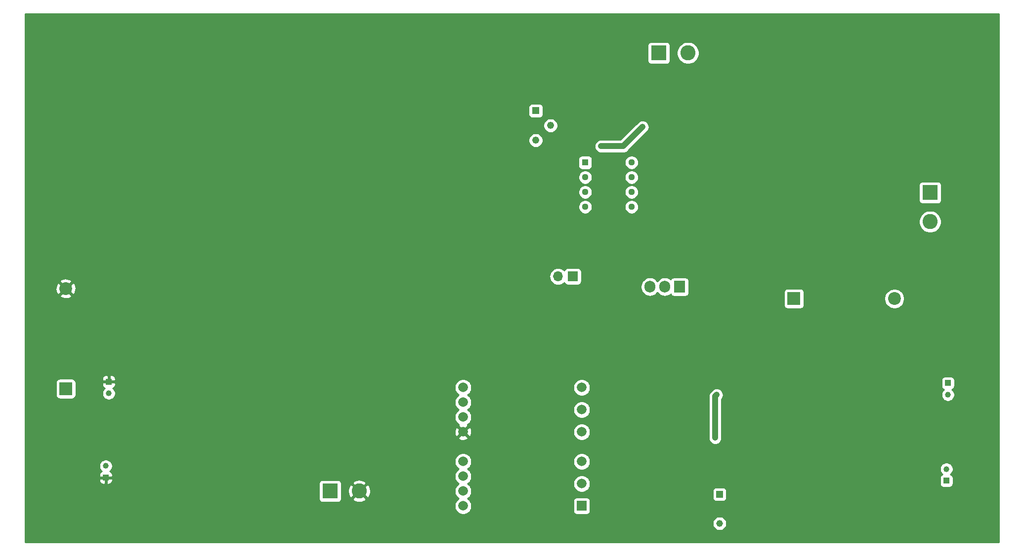
<source format=gbr>
G04 #@! TF.GenerationSoftware,KiCad,Pcbnew,(5.1.4)-1*
G04 #@! TF.CreationDate,2021-04-20T00:23:46+05:30*
G04 #@! TF.ProjectId,transformers-board,7472616e-7366-46f7-926d-6572732d626f,rev?*
G04 #@! TF.SameCoordinates,Original*
G04 #@! TF.FileFunction,Copper,L2,Bot*
G04 #@! TF.FilePolarity,Positive*
%FSLAX46Y46*%
G04 Gerber Fmt 4.6, Leading zero omitted, Abs format (unit mm)*
G04 Created by KiCad (PCBNEW (5.1.4)-1) date 2021-04-20 00:23:46*
%MOMM*%
%LPD*%
G04 APERTURE LIST*
%ADD10C,1.665000*%
%ADD11R,1.665000X1.665000*%
%ADD12C,2.600000*%
%ADD13R,2.600000X2.600000*%
%ADD14R,1.905000X2.000000*%
%ADD15O,1.905000X2.000000*%
%ADD16C,1.130000*%
%ADD17R,1.130000X1.130000*%
%ADD18R,1.008000X1.008000*%
%ADD19C,1.008000*%
%ADD20C,2.200000*%
%ADD21R,2.200000X2.200000*%
%ADD22R,1.222000X1.222000*%
%ADD23C,1.222000*%
%ADD24R,1.700000X1.700000*%
%ADD25O,1.700000X1.700000*%
%ADD26C,1.150000*%
%ADD27R,1.150000X1.150000*%
%ADD28C,0.800000*%
%ADD29C,1.500000*%
%ADD30C,1.000000*%
%ADD31C,0.254000*%
G04 APERTURE END LIST*
D10*
X130556000Y-126492000D03*
X130556000Y-123952000D03*
X130556000Y-121412000D03*
X130556000Y-118872000D03*
X130556000Y-113792000D03*
X130556000Y-111252000D03*
X130556000Y-108712000D03*
X130556000Y-106172000D03*
X150876000Y-106172000D03*
X150876000Y-109982000D03*
X150876000Y-113792000D03*
X150876000Y-118872000D03*
X150876000Y-122682000D03*
D11*
X150876000Y-126492000D03*
D12*
X210566000Y-77724000D03*
D13*
X210566000Y-72724000D03*
X164084000Y-48768000D03*
D12*
X169084000Y-48768000D03*
D13*
X107776000Y-123952000D03*
D12*
X112776000Y-123952000D03*
D14*
X167640000Y-88900000D03*
D15*
X165100000Y-88900000D03*
X162560000Y-88900000D03*
D16*
X159418000Y-67564000D03*
X159418000Y-70104000D03*
X159418000Y-72644000D03*
X159418000Y-75184000D03*
X151478000Y-75184000D03*
X151478000Y-72644000D03*
X151478000Y-70104000D03*
D17*
X151478000Y-67564000D03*
D18*
X213614000Y-105410000D03*
D19*
X213614000Y-107410000D03*
X213360000Y-120174000D03*
D18*
X213360000Y-122174000D03*
X69342000Y-121634000D03*
D19*
X69342000Y-119634000D03*
X69850000Y-107172000D03*
D18*
X69850000Y-105172000D03*
D20*
X204434000Y-90932000D03*
D21*
X187234000Y-90932000D03*
X62484000Y-106390000D03*
D20*
X62484000Y-89190000D03*
D22*
X143002000Y-58674000D03*
D23*
X145542000Y-61214000D03*
X143002000Y-63754000D03*
D24*
X149352000Y-87122000D03*
D25*
X146812000Y-87122000D03*
D26*
X174498000Y-129500000D03*
D27*
X174498000Y-124500000D03*
D28*
X173736000Y-114808000D03*
X173990000Y-107442000D03*
X154178000Y-64770000D03*
X161290000Y-61468000D03*
D29*
X62484000Y-118872000D03*
X69342000Y-124460000D03*
X79756000Y-130048000D03*
X95504000Y-130048000D03*
X117094000Y-123952000D03*
X117348000Y-112522000D03*
X79756000Y-96774000D03*
X95504000Y-96520000D03*
D30*
X173736000Y-114808000D02*
X173736000Y-107696000D01*
X173736000Y-107696000D02*
X173990000Y-107442000D01*
X154178000Y-64770000D02*
X157988000Y-64770000D01*
X157988000Y-64770000D02*
X161290000Y-61468000D01*
D31*
G36*
X222352000Y-132690000D02*
G01*
X55524000Y-132690000D01*
X55524000Y-129380825D01*
X173288000Y-129380825D01*
X173288000Y-129619175D01*
X173334499Y-129852944D01*
X173425712Y-130073150D01*
X173558131Y-130271330D01*
X173726670Y-130439869D01*
X173924850Y-130572288D01*
X174145056Y-130663501D01*
X174378825Y-130710000D01*
X174617175Y-130710000D01*
X174850944Y-130663501D01*
X175071150Y-130572288D01*
X175269330Y-130439869D01*
X175437869Y-130271330D01*
X175570288Y-130073150D01*
X175661501Y-129852944D01*
X175708000Y-129619175D01*
X175708000Y-129380825D01*
X175661501Y-129147056D01*
X175570288Y-128926850D01*
X175437869Y-128728670D01*
X175269330Y-128560131D01*
X175071150Y-128427712D01*
X174850944Y-128336499D01*
X174617175Y-128290000D01*
X174378825Y-128290000D01*
X174145056Y-128336499D01*
X173924850Y-128427712D01*
X173726670Y-128560131D01*
X173558131Y-128728670D01*
X173425712Y-128926850D01*
X173334499Y-129147056D01*
X173288000Y-129380825D01*
X55524000Y-129380825D01*
X55524000Y-122138000D01*
X68199928Y-122138000D01*
X68212188Y-122262482D01*
X68248498Y-122382180D01*
X68307463Y-122492494D01*
X68386815Y-122589185D01*
X68483506Y-122668537D01*
X68593820Y-122727502D01*
X68713518Y-122763812D01*
X68838000Y-122776072D01*
X69056250Y-122773000D01*
X69215000Y-122614250D01*
X69215000Y-121761000D01*
X69469000Y-121761000D01*
X69469000Y-122614250D01*
X69627750Y-122773000D01*
X69846000Y-122776072D01*
X69970482Y-122763812D01*
X70090180Y-122727502D01*
X70200494Y-122668537D01*
X70220644Y-122652000D01*
X105837928Y-122652000D01*
X105837928Y-125252000D01*
X105850188Y-125376482D01*
X105886498Y-125496180D01*
X105945463Y-125606494D01*
X106024815Y-125703185D01*
X106121506Y-125782537D01*
X106231820Y-125841502D01*
X106351518Y-125877812D01*
X106476000Y-125890072D01*
X109076000Y-125890072D01*
X109200482Y-125877812D01*
X109320180Y-125841502D01*
X109430494Y-125782537D01*
X109527185Y-125703185D01*
X109606537Y-125606494D01*
X109665502Y-125496180D01*
X109701812Y-125376482D01*
X109709224Y-125301224D01*
X111606381Y-125301224D01*
X111738317Y-125596312D01*
X112079045Y-125767159D01*
X112446557Y-125868250D01*
X112826729Y-125895701D01*
X113204951Y-125848457D01*
X113566690Y-125728333D01*
X113813683Y-125596312D01*
X113945619Y-125301224D01*
X112776000Y-124131605D01*
X111606381Y-125301224D01*
X109709224Y-125301224D01*
X109714072Y-125252000D01*
X109714072Y-124002729D01*
X110832299Y-124002729D01*
X110879543Y-124380951D01*
X110999667Y-124742690D01*
X111131688Y-124989683D01*
X111426776Y-125121619D01*
X112596395Y-123952000D01*
X112955605Y-123952000D01*
X114125224Y-125121619D01*
X114420312Y-124989683D01*
X114591159Y-124648955D01*
X114692250Y-124281443D01*
X114719701Y-123901271D01*
X114672457Y-123523049D01*
X114552333Y-123161310D01*
X114420312Y-122914317D01*
X114125224Y-122782381D01*
X112955605Y-123952000D01*
X112596395Y-123952000D01*
X111426776Y-122782381D01*
X111131688Y-122914317D01*
X110960841Y-123255045D01*
X110859750Y-123622557D01*
X110832299Y-124002729D01*
X109714072Y-124002729D01*
X109714072Y-122652000D01*
X109709225Y-122602776D01*
X111606381Y-122602776D01*
X112776000Y-123772395D01*
X113945619Y-122602776D01*
X113813683Y-122307688D01*
X113472955Y-122136841D01*
X113105443Y-122035750D01*
X112725271Y-122008299D01*
X112347049Y-122055543D01*
X111985310Y-122175667D01*
X111738317Y-122307688D01*
X111606381Y-122602776D01*
X109709225Y-122602776D01*
X109701812Y-122527518D01*
X109665502Y-122407820D01*
X109606537Y-122297506D01*
X109527185Y-122200815D01*
X109430494Y-122121463D01*
X109320180Y-122062498D01*
X109200482Y-122026188D01*
X109076000Y-122013928D01*
X106476000Y-122013928D01*
X106351518Y-122026188D01*
X106231820Y-122062498D01*
X106121506Y-122121463D01*
X106024815Y-122200815D01*
X105945463Y-122297506D01*
X105886498Y-122407820D01*
X105850188Y-122527518D01*
X105837928Y-122652000D01*
X70220644Y-122652000D01*
X70297185Y-122589185D01*
X70376537Y-122492494D01*
X70435502Y-122382180D01*
X70471812Y-122262482D01*
X70484072Y-122138000D01*
X70481000Y-121919750D01*
X70322250Y-121761000D01*
X69469000Y-121761000D01*
X69215000Y-121761000D01*
X68361750Y-121761000D01*
X68203000Y-121919750D01*
X68199928Y-122138000D01*
X55524000Y-122138000D01*
X55524000Y-121130000D01*
X68199928Y-121130000D01*
X68203000Y-121348250D01*
X68361750Y-121507000D01*
X69215000Y-121507000D01*
X69215000Y-121487000D01*
X69469000Y-121487000D01*
X69469000Y-121507000D01*
X70322250Y-121507000D01*
X70481000Y-121348250D01*
X70484072Y-121130000D01*
X70471812Y-121005518D01*
X70435502Y-120885820D01*
X70376537Y-120775506D01*
X70297185Y-120678815D01*
X70200494Y-120599463D01*
X70090180Y-120540498D01*
X70052556Y-120529085D01*
X70068070Y-120518719D01*
X70226719Y-120360070D01*
X70351369Y-120173519D01*
X70437229Y-119966234D01*
X70481000Y-119746182D01*
X70481000Y-119521818D01*
X70437229Y-119301766D01*
X70351369Y-119094481D01*
X70226719Y-118907930D01*
X70068070Y-118749281D01*
X70035419Y-118727464D01*
X129088500Y-118727464D01*
X129088500Y-119016536D01*
X129144895Y-119300054D01*
X129255518Y-119567122D01*
X129416118Y-119807477D01*
X129620523Y-120011882D01*
X129815258Y-120142000D01*
X129620523Y-120272118D01*
X129416118Y-120476523D01*
X129255518Y-120716878D01*
X129144895Y-120983946D01*
X129088500Y-121267464D01*
X129088500Y-121556536D01*
X129144895Y-121840054D01*
X129255518Y-122107122D01*
X129416118Y-122347477D01*
X129620523Y-122551882D01*
X129815258Y-122682000D01*
X129620523Y-122812118D01*
X129416118Y-123016523D01*
X129255518Y-123256878D01*
X129144895Y-123523946D01*
X129088500Y-123807464D01*
X129088500Y-124096536D01*
X129144895Y-124380054D01*
X129255518Y-124647122D01*
X129416118Y-124887477D01*
X129620523Y-125091882D01*
X129815258Y-125222000D01*
X129620523Y-125352118D01*
X129416118Y-125556523D01*
X129255518Y-125796878D01*
X129144895Y-126063946D01*
X129088500Y-126347464D01*
X129088500Y-126636536D01*
X129144895Y-126920054D01*
X129255518Y-127187122D01*
X129416118Y-127427477D01*
X129620523Y-127631882D01*
X129860878Y-127792482D01*
X130127946Y-127903105D01*
X130411464Y-127959500D01*
X130700536Y-127959500D01*
X130984054Y-127903105D01*
X131251122Y-127792482D01*
X131491477Y-127631882D01*
X131695882Y-127427477D01*
X131856482Y-127187122D01*
X131967105Y-126920054D01*
X132023500Y-126636536D01*
X132023500Y-126347464D01*
X131967105Y-126063946D01*
X131856482Y-125796878D01*
X131764689Y-125659500D01*
X149405428Y-125659500D01*
X149405428Y-127324500D01*
X149417688Y-127448982D01*
X149453998Y-127568680D01*
X149512963Y-127678994D01*
X149592315Y-127775685D01*
X149689006Y-127855037D01*
X149799320Y-127914002D01*
X149919018Y-127950312D01*
X150043500Y-127962572D01*
X151708500Y-127962572D01*
X151832982Y-127950312D01*
X151952680Y-127914002D01*
X152062994Y-127855037D01*
X152159685Y-127775685D01*
X152239037Y-127678994D01*
X152298002Y-127568680D01*
X152334312Y-127448982D01*
X152346572Y-127324500D01*
X152346572Y-125659500D01*
X152334312Y-125535018D01*
X152298002Y-125415320D01*
X152239037Y-125305006D01*
X152159685Y-125208315D01*
X152062994Y-125128963D01*
X151952680Y-125069998D01*
X151832982Y-125033688D01*
X151708500Y-125021428D01*
X150043500Y-125021428D01*
X149919018Y-125033688D01*
X149799320Y-125069998D01*
X149689006Y-125128963D01*
X149592315Y-125208315D01*
X149512963Y-125305006D01*
X149453998Y-125415320D01*
X149417688Y-125535018D01*
X149405428Y-125659500D01*
X131764689Y-125659500D01*
X131695882Y-125556523D01*
X131491477Y-125352118D01*
X131296742Y-125222000D01*
X131491477Y-125091882D01*
X131695882Y-124887477D01*
X131856482Y-124647122D01*
X131967105Y-124380054D01*
X132023500Y-124096536D01*
X132023500Y-123807464D01*
X131967105Y-123523946D01*
X131856482Y-123256878D01*
X131695882Y-123016523D01*
X131491477Y-122812118D01*
X131296742Y-122682000D01*
X131491477Y-122551882D01*
X131505895Y-122537464D01*
X149408500Y-122537464D01*
X149408500Y-122826536D01*
X149464895Y-123110054D01*
X149575518Y-123377122D01*
X149736118Y-123617477D01*
X149940523Y-123821882D01*
X150180878Y-123982482D01*
X150447946Y-124093105D01*
X150731464Y-124149500D01*
X151020536Y-124149500D01*
X151304054Y-124093105D01*
X151571122Y-123982482D01*
X151657149Y-123925000D01*
X173284928Y-123925000D01*
X173284928Y-125075000D01*
X173297188Y-125199482D01*
X173333498Y-125319180D01*
X173392463Y-125429494D01*
X173471815Y-125526185D01*
X173568506Y-125605537D01*
X173678820Y-125664502D01*
X173798518Y-125700812D01*
X173923000Y-125713072D01*
X175073000Y-125713072D01*
X175197482Y-125700812D01*
X175317180Y-125664502D01*
X175427494Y-125605537D01*
X175524185Y-125526185D01*
X175603537Y-125429494D01*
X175662502Y-125319180D01*
X175698812Y-125199482D01*
X175711072Y-125075000D01*
X175711072Y-123925000D01*
X175698812Y-123800518D01*
X175662502Y-123680820D01*
X175603537Y-123570506D01*
X175524185Y-123473815D01*
X175427494Y-123394463D01*
X175317180Y-123335498D01*
X175197482Y-123299188D01*
X175073000Y-123286928D01*
X173923000Y-123286928D01*
X173798518Y-123299188D01*
X173678820Y-123335498D01*
X173568506Y-123394463D01*
X173471815Y-123473815D01*
X173392463Y-123570506D01*
X173333498Y-123680820D01*
X173297188Y-123800518D01*
X173284928Y-123925000D01*
X151657149Y-123925000D01*
X151811477Y-123821882D01*
X152015882Y-123617477D01*
X152176482Y-123377122D01*
X152287105Y-123110054D01*
X152343500Y-122826536D01*
X152343500Y-122537464D01*
X152287105Y-122253946D01*
X152176482Y-121986878D01*
X152015882Y-121746523D01*
X151939359Y-121670000D01*
X212217928Y-121670000D01*
X212217928Y-122678000D01*
X212230188Y-122802482D01*
X212266498Y-122922180D01*
X212325463Y-123032494D01*
X212404815Y-123129185D01*
X212501506Y-123208537D01*
X212611820Y-123267502D01*
X212731518Y-123303812D01*
X212856000Y-123316072D01*
X213864000Y-123316072D01*
X213988482Y-123303812D01*
X214108180Y-123267502D01*
X214218494Y-123208537D01*
X214315185Y-123129185D01*
X214394537Y-123032494D01*
X214453502Y-122922180D01*
X214489812Y-122802482D01*
X214502072Y-122678000D01*
X214502072Y-121670000D01*
X214489812Y-121545518D01*
X214453502Y-121425820D01*
X214394537Y-121315506D01*
X214315185Y-121218815D01*
X214218494Y-121139463D01*
X214108180Y-121080498D01*
X214070556Y-121069085D01*
X214086070Y-121058719D01*
X214244719Y-120900070D01*
X214369369Y-120713519D01*
X214455229Y-120506234D01*
X214499000Y-120286182D01*
X214499000Y-120061818D01*
X214455229Y-119841766D01*
X214369369Y-119634481D01*
X214244719Y-119447930D01*
X214086070Y-119289281D01*
X213899519Y-119164631D01*
X213692234Y-119078771D01*
X213472182Y-119035000D01*
X213247818Y-119035000D01*
X213027766Y-119078771D01*
X212820481Y-119164631D01*
X212633930Y-119289281D01*
X212475281Y-119447930D01*
X212350631Y-119634481D01*
X212264771Y-119841766D01*
X212221000Y-120061818D01*
X212221000Y-120286182D01*
X212264771Y-120506234D01*
X212350631Y-120713519D01*
X212475281Y-120900070D01*
X212633930Y-121058719D01*
X212649444Y-121069085D01*
X212611820Y-121080498D01*
X212501506Y-121139463D01*
X212404815Y-121218815D01*
X212325463Y-121315506D01*
X212266498Y-121425820D01*
X212230188Y-121545518D01*
X212217928Y-121670000D01*
X151939359Y-121670000D01*
X151811477Y-121542118D01*
X151571122Y-121381518D01*
X151304054Y-121270895D01*
X151020536Y-121214500D01*
X150731464Y-121214500D01*
X150447946Y-121270895D01*
X150180878Y-121381518D01*
X149940523Y-121542118D01*
X149736118Y-121746523D01*
X149575518Y-121986878D01*
X149464895Y-122253946D01*
X149408500Y-122537464D01*
X131505895Y-122537464D01*
X131695882Y-122347477D01*
X131856482Y-122107122D01*
X131967105Y-121840054D01*
X132023500Y-121556536D01*
X132023500Y-121267464D01*
X131967105Y-120983946D01*
X131856482Y-120716878D01*
X131695882Y-120476523D01*
X131491477Y-120272118D01*
X131296742Y-120142000D01*
X131491477Y-120011882D01*
X131695882Y-119807477D01*
X131856482Y-119567122D01*
X131967105Y-119300054D01*
X132023500Y-119016536D01*
X132023500Y-118727464D01*
X149408500Y-118727464D01*
X149408500Y-119016536D01*
X149464895Y-119300054D01*
X149575518Y-119567122D01*
X149736118Y-119807477D01*
X149940523Y-120011882D01*
X150180878Y-120172482D01*
X150447946Y-120283105D01*
X150731464Y-120339500D01*
X151020536Y-120339500D01*
X151304054Y-120283105D01*
X151571122Y-120172482D01*
X151811477Y-120011882D01*
X152015882Y-119807477D01*
X152176482Y-119567122D01*
X152287105Y-119300054D01*
X152343500Y-119016536D01*
X152343500Y-118727464D01*
X152287105Y-118443946D01*
X152176482Y-118176878D01*
X152015882Y-117936523D01*
X151811477Y-117732118D01*
X151571122Y-117571518D01*
X151304054Y-117460895D01*
X151020536Y-117404500D01*
X150731464Y-117404500D01*
X150447946Y-117460895D01*
X150180878Y-117571518D01*
X149940523Y-117732118D01*
X149736118Y-117936523D01*
X149575518Y-118176878D01*
X149464895Y-118443946D01*
X149408500Y-118727464D01*
X132023500Y-118727464D01*
X131967105Y-118443946D01*
X131856482Y-118176878D01*
X131695882Y-117936523D01*
X131491477Y-117732118D01*
X131251122Y-117571518D01*
X130984054Y-117460895D01*
X130700536Y-117404500D01*
X130411464Y-117404500D01*
X130127946Y-117460895D01*
X129860878Y-117571518D01*
X129620523Y-117732118D01*
X129416118Y-117936523D01*
X129255518Y-118176878D01*
X129144895Y-118443946D01*
X129088500Y-118727464D01*
X70035419Y-118727464D01*
X69881519Y-118624631D01*
X69674234Y-118538771D01*
X69454182Y-118495000D01*
X69229818Y-118495000D01*
X69009766Y-118538771D01*
X68802481Y-118624631D01*
X68615930Y-118749281D01*
X68457281Y-118907930D01*
X68332631Y-119094481D01*
X68246771Y-119301766D01*
X68203000Y-119521818D01*
X68203000Y-119746182D01*
X68246771Y-119966234D01*
X68332631Y-120173519D01*
X68457281Y-120360070D01*
X68615930Y-120518719D01*
X68631444Y-120529085D01*
X68593820Y-120540498D01*
X68483506Y-120599463D01*
X68386815Y-120678815D01*
X68307463Y-120775506D01*
X68248498Y-120885820D01*
X68212188Y-121005518D01*
X68199928Y-121130000D01*
X55524000Y-121130000D01*
X55524000Y-114807906D01*
X129719699Y-114807906D01*
X129795217Y-115055193D01*
X130056273Y-115179343D01*
X130336532Y-115250177D01*
X130625226Y-115264974D01*
X130911259Y-115223166D01*
X131183639Y-115126359D01*
X131316783Y-115055193D01*
X131392301Y-114807906D01*
X130556000Y-113971605D01*
X129719699Y-114807906D01*
X55524000Y-114807906D01*
X55524000Y-113861226D01*
X129083026Y-113861226D01*
X129124834Y-114147259D01*
X129221641Y-114419639D01*
X129292807Y-114552783D01*
X129540094Y-114628301D01*
X130376395Y-113792000D01*
X130735605Y-113792000D01*
X131571906Y-114628301D01*
X131819193Y-114552783D01*
X131943343Y-114291727D01*
X132014177Y-114011468D01*
X132028974Y-113722774D01*
X132017967Y-113647464D01*
X149408500Y-113647464D01*
X149408500Y-113936536D01*
X149464895Y-114220054D01*
X149575518Y-114487122D01*
X149736118Y-114727477D01*
X149940523Y-114931882D01*
X150180878Y-115092482D01*
X150447946Y-115203105D01*
X150731464Y-115259500D01*
X151020536Y-115259500D01*
X151304054Y-115203105D01*
X151571122Y-115092482D01*
X151811477Y-114931882D01*
X152015882Y-114727477D01*
X152176482Y-114487122D01*
X152287105Y-114220054D01*
X152343500Y-113936536D01*
X152343500Y-113647464D01*
X152287105Y-113363946D01*
X152176482Y-113096878D01*
X152015882Y-112856523D01*
X151811477Y-112652118D01*
X151571122Y-112491518D01*
X151304054Y-112380895D01*
X151020536Y-112324500D01*
X150731464Y-112324500D01*
X150447946Y-112380895D01*
X150180878Y-112491518D01*
X149940523Y-112652118D01*
X149736118Y-112856523D01*
X149575518Y-113096878D01*
X149464895Y-113363946D01*
X149408500Y-113647464D01*
X132017967Y-113647464D01*
X131987166Y-113436741D01*
X131890359Y-113164361D01*
X131819193Y-113031217D01*
X131571906Y-112955699D01*
X130735605Y-113792000D01*
X130376395Y-113792000D01*
X129540094Y-112955699D01*
X129292807Y-113031217D01*
X129168657Y-113292273D01*
X129097823Y-113572532D01*
X129083026Y-113861226D01*
X55524000Y-113861226D01*
X55524000Y-105290000D01*
X60745928Y-105290000D01*
X60745928Y-107490000D01*
X60758188Y-107614482D01*
X60794498Y-107734180D01*
X60853463Y-107844494D01*
X60932815Y-107941185D01*
X61029506Y-108020537D01*
X61139820Y-108079502D01*
X61259518Y-108115812D01*
X61384000Y-108128072D01*
X63584000Y-108128072D01*
X63708482Y-108115812D01*
X63828180Y-108079502D01*
X63938494Y-108020537D01*
X64035185Y-107941185D01*
X64114537Y-107844494D01*
X64173502Y-107734180D01*
X64209812Y-107614482D01*
X64222072Y-107490000D01*
X64222072Y-105676000D01*
X68707928Y-105676000D01*
X68720188Y-105800482D01*
X68756498Y-105920180D01*
X68815463Y-106030494D01*
X68894815Y-106127185D01*
X68991506Y-106206537D01*
X69101820Y-106265502D01*
X69139444Y-106276915D01*
X69123930Y-106287281D01*
X68965281Y-106445930D01*
X68840631Y-106632481D01*
X68754771Y-106839766D01*
X68711000Y-107059818D01*
X68711000Y-107284182D01*
X68754771Y-107504234D01*
X68840631Y-107711519D01*
X68965281Y-107898070D01*
X69123930Y-108056719D01*
X69310481Y-108181369D01*
X69517766Y-108267229D01*
X69737818Y-108311000D01*
X69962182Y-108311000D01*
X70182234Y-108267229D01*
X70389519Y-108181369D01*
X70576070Y-108056719D01*
X70734719Y-107898070D01*
X70859369Y-107711519D01*
X70945229Y-107504234D01*
X70989000Y-107284182D01*
X70989000Y-107059818D01*
X70945229Y-106839766D01*
X70859369Y-106632481D01*
X70734719Y-106445930D01*
X70576070Y-106287281D01*
X70560556Y-106276915D01*
X70598180Y-106265502D01*
X70708494Y-106206537D01*
X70805185Y-106127185D01*
X70884537Y-106030494D01*
X70886156Y-106027464D01*
X129088500Y-106027464D01*
X129088500Y-106316536D01*
X129144895Y-106600054D01*
X129255518Y-106867122D01*
X129416118Y-107107477D01*
X129620523Y-107311882D01*
X129815258Y-107442000D01*
X129620523Y-107572118D01*
X129416118Y-107776523D01*
X129255518Y-108016878D01*
X129144895Y-108283946D01*
X129088500Y-108567464D01*
X129088500Y-108856536D01*
X129144895Y-109140054D01*
X129255518Y-109407122D01*
X129416118Y-109647477D01*
X129620523Y-109851882D01*
X129815258Y-109982000D01*
X129620523Y-110112118D01*
X129416118Y-110316523D01*
X129255518Y-110556878D01*
X129144895Y-110823946D01*
X129088500Y-111107464D01*
X129088500Y-111396536D01*
X129144895Y-111680054D01*
X129255518Y-111947122D01*
X129416118Y-112187477D01*
X129620523Y-112391882D01*
X129812011Y-112519830D01*
X129795217Y-112528807D01*
X129719699Y-112776094D01*
X130556000Y-113612395D01*
X131392301Y-112776094D01*
X131316783Y-112528807D01*
X131299123Y-112520409D01*
X131491477Y-112391882D01*
X131695882Y-112187477D01*
X131856482Y-111947122D01*
X131967105Y-111680054D01*
X132023500Y-111396536D01*
X132023500Y-111107464D01*
X131967105Y-110823946D01*
X131856482Y-110556878D01*
X131695882Y-110316523D01*
X131491477Y-110112118D01*
X131296742Y-109982000D01*
X131491477Y-109851882D01*
X131505895Y-109837464D01*
X149408500Y-109837464D01*
X149408500Y-110126536D01*
X149464895Y-110410054D01*
X149575518Y-110677122D01*
X149736118Y-110917477D01*
X149940523Y-111121882D01*
X150180878Y-111282482D01*
X150447946Y-111393105D01*
X150731464Y-111449500D01*
X151020536Y-111449500D01*
X151304054Y-111393105D01*
X151571122Y-111282482D01*
X151811477Y-111121882D01*
X152015882Y-110917477D01*
X152176482Y-110677122D01*
X152287105Y-110410054D01*
X152343500Y-110126536D01*
X152343500Y-109837464D01*
X152287105Y-109553946D01*
X152176482Y-109286878D01*
X152015882Y-109046523D01*
X151811477Y-108842118D01*
X151571122Y-108681518D01*
X151304054Y-108570895D01*
X151020536Y-108514500D01*
X150731464Y-108514500D01*
X150447946Y-108570895D01*
X150180878Y-108681518D01*
X149940523Y-108842118D01*
X149736118Y-109046523D01*
X149575518Y-109286878D01*
X149464895Y-109553946D01*
X149408500Y-109837464D01*
X131505895Y-109837464D01*
X131695882Y-109647477D01*
X131856482Y-109407122D01*
X131967105Y-109140054D01*
X132023500Y-108856536D01*
X132023500Y-108567464D01*
X131967105Y-108283946D01*
X131856482Y-108016878D01*
X131695882Y-107776523D01*
X131615359Y-107696000D01*
X172595509Y-107696000D01*
X172601001Y-107751761D01*
X172601000Y-114863751D01*
X172617423Y-115030498D01*
X172682324Y-115244446D01*
X172787716Y-115441623D01*
X172929551Y-115614449D01*
X173102377Y-115756284D01*
X173299553Y-115861676D01*
X173513501Y-115926577D01*
X173736000Y-115948491D01*
X173958498Y-115926577D01*
X174172446Y-115861676D01*
X174369623Y-115756284D01*
X174542449Y-115614449D01*
X174684284Y-115441623D01*
X174789676Y-115244447D01*
X174854577Y-115030499D01*
X174871000Y-114863752D01*
X174871000Y-108157607D01*
X174938283Y-108075623D01*
X175043675Y-107878446D01*
X175108576Y-107664500D01*
X175130490Y-107442001D01*
X175108576Y-107219502D01*
X175043675Y-107005554D01*
X174938283Y-106808378D01*
X174796448Y-106635552D01*
X174623622Y-106493717D01*
X174426446Y-106388325D01*
X174212498Y-106323424D01*
X173989999Y-106301510D01*
X173767500Y-106323424D01*
X173553554Y-106388325D01*
X173356377Y-106493717D01*
X173226857Y-106600012D01*
X172972860Y-106854009D01*
X172929552Y-106889551D01*
X172787717Y-107062377D01*
X172731384Y-107167770D01*
X172682324Y-107259554D01*
X172617423Y-107473502D01*
X172595509Y-107696000D01*
X131615359Y-107696000D01*
X131491477Y-107572118D01*
X131296742Y-107442000D01*
X131491477Y-107311882D01*
X131695882Y-107107477D01*
X131856482Y-106867122D01*
X131967105Y-106600054D01*
X132023500Y-106316536D01*
X132023500Y-106027464D01*
X149408500Y-106027464D01*
X149408500Y-106316536D01*
X149464895Y-106600054D01*
X149575518Y-106867122D01*
X149736118Y-107107477D01*
X149940523Y-107311882D01*
X150180878Y-107472482D01*
X150447946Y-107583105D01*
X150731464Y-107639500D01*
X151020536Y-107639500D01*
X151304054Y-107583105D01*
X151571122Y-107472482D01*
X151811477Y-107311882D01*
X152015882Y-107107477D01*
X152176482Y-106867122D01*
X152287105Y-106600054D01*
X152343500Y-106316536D01*
X152343500Y-106027464D01*
X152287105Y-105743946D01*
X152176482Y-105476878D01*
X152015882Y-105236523D01*
X151811477Y-105032118D01*
X151622728Y-104906000D01*
X212471928Y-104906000D01*
X212471928Y-105914000D01*
X212484188Y-106038482D01*
X212520498Y-106158180D01*
X212579463Y-106268494D01*
X212658815Y-106365185D01*
X212755506Y-106444537D01*
X212865820Y-106503502D01*
X212903444Y-106514915D01*
X212887930Y-106525281D01*
X212729281Y-106683930D01*
X212604631Y-106870481D01*
X212518771Y-107077766D01*
X212475000Y-107297818D01*
X212475000Y-107522182D01*
X212518771Y-107742234D01*
X212604631Y-107949519D01*
X212729281Y-108136070D01*
X212887930Y-108294719D01*
X213074481Y-108419369D01*
X213281766Y-108505229D01*
X213501818Y-108549000D01*
X213726182Y-108549000D01*
X213946234Y-108505229D01*
X214153519Y-108419369D01*
X214340070Y-108294719D01*
X214498719Y-108136070D01*
X214623369Y-107949519D01*
X214709229Y-107742234D01*
X214753000Y-107522182D01*
X214753000Y-107297818D01*
X214709229Y-107077766D01*
X214623369Y-106870481D01*
X214498719Y-106683930D01*
X214340070Y-106525281D01*
X214324556Y-106514915D01*
X214362180Y-106503502D01*
X214472494Y-106444537D01*
X214569185Y-106365185D01*
X214648537Y-106268494D01*
X214707502Y-106158180D01*
X214743812Y-106038482D01*
X214756072Y-105914000D01*
X214756072Y-104906000D01*
X214743812Y-104781518D01*
X214707502Y-104661820D01*
X214648537Y-104551506D01*
X214569185Y-104454815D01*
X214472494Y-104375463D01*
X214362180Y-104316498D01*
X214242482Y-104280188D01*
X214118000Y-104267928D01*
X213110000Y-104267928D01*
X212985518Y-104280188D01*
X212865820Y-104316498D01*
X212755506Y-104375463D01*
X212658815Y-104454815D01*
X212579463Y-104551506D01*
X212520498Y-104661820D01*
X212484188Y-104781518D01*
X212471928Y-104906000D01*
X151622728Y-104906000D01*
X151571122Y-104871518D01*
X151304054Y-104760895D01*
X151020536Y-104704500D01*
X150731464Y-104704500D01*
X150447946Y-104760895D01*
X150180878Y-104871518D01*
X149940523Y-105032118D01*
X149736118Y-105236523D01*
X149575518Y-105476878D01*
X149464895Y-105743946D01*
X149408500Y-106027464D01*
X132023500Y-106027464D01*
X131967105Y-105743946D01*
X131856482Y-105476878D01*
X131695882Y-105236523D01*
X131491477Y-105032118D01*
X131251122Y-104871518D01*
X130984054Y-104760895D01*
X130700536Y-104704500D01*
X130411464Y-104704500D01*
X130127946Y-104760895D01*
X129860878Y-104871518D01*
X129620523Y-105032118D01*
X129416118Y-105236523D01*
X129255518Y-105476878D01*
X129144895Y-105743946D01*
X129088500Y-106027464D01*
X70886156Y-106027464D01*
X70943502Y-105920180D01*
X70979812Y-105800482D01*
X70992072Y-105676000D01*
X70989000Y-105457750D01*
X70830250Y-105299000D01*
X69977000Y-105299000D01*
X69977000Y-105319000D01*
X69723000Y-105319000D01*
X69723000Y-105299000D01*
X68869750Y-105299000D01*
X68711000Y-105457750D01*
X68707928Y-105676000D01*
X64222072Y-105676000D01*
X64222072Y-105290000D01*
X64209812Y-105165518D01*
X64173502Y-105045820D01*
X64114537Y-104935506D01*
X64035185Y-104838815D01*
X63938494Y-104759463D01*
X63828180Y-104700498D01*
X63721049Y-104668000D01*
X68707928Y-104668000D01*
X68711000Y-104886250D01*
X68869750Y-105045000D01*
X69723000Y-105045000D01*
X69723000Y-104191750D01*
X69977000Y-104191750D01*
X69977000Y-105045000D01*
X70830250Y-105045000D01*
X70989000Y-104886250D01*
X70992072Y-104668000D01*
X70979812Y-104543518D01*
X70943502Y-104423820D01*
X70884537Y-104313506D01*
X70805185Y-104216815D01*
X70708494Y-104137463D01*
X70598180Y-104078498D01*
X70478482Y-104042188D01*
X70354000Y-104029928D01*
X70135750Y-104033000D01*
X69977000Y-104191750D01*
X69723000Y-104191750D01*
X69564250Y-104033000D01*
X69346000Y-104029928D01*
X69221518Y-104042188D01*
X69101820Y-104078498D01*
X68991506Y-104137463D01*
X68894815Y-104216815D01*
X68815463Y-104313506D01*
X68756498Y-104423820D01*
X68720188Y-104543518D01*
X68707928Y-104668000D01*
X63721049Y-104668000D01*
X63708482Y-104664188D01*
X63584000Y-104651928D01*
X61384000Y-104651928D01*
X61259518Y-104664188D01*
X61139820Y-104700498D01*
X61029506Y-104759463D01*
X60932815Y-104838815D01*
X60853463Y-104935506D01*
X60794498Y-105045820D01*
X60758188Y-105165518D01*
X60745928Y-105290000D01*
X55524000Y-105290000D01*
X55524000Y-90396712D01*
X61456893Y-90396712D01*
X61564726Y-90671338D01*
X61871384Y-90822216D01*
X62201585Y-90910369D01*
X62542639Y-90932409D01*
X62881439Y-90887489D01*
X63204966Y-90777336D01*
X63403274Y-90671338D01*
X63511107Y-90396712D01*
X62484000Y-89369605D01*
X61456893Y-90396712D01*
X55524000Y-90396712D01*
X55524000Y-89248639D01*
X60741591Y-89248639D01*
X60786511Y-89587439D01*
X60896664Y-89910966D01*
X61002662Y-90109274D01*
X61277288Y-90217107D01*
X62304395Y-89190000D01*
X62663605Y-89190000D01*
X63690712Y-90217107D01*
X63965338Y-90109274D01*
X64116216Y-89802616D01*
X64204369Y-89472415D01*
X64226409Y-89131361D01*
X64181489Y-88792561D01*
X64175345Y-88774514D01*
X160972500Y-88774514D01*
X160972500Y-89025485D01*
X160995470Y-89258703D01*
X161086245Y-89557948D01*
X161233655Y-89833734D01*
X161432037Y-90075463D01*
X161673765Y-90273845D01*
X161949551Y-90421255D01*
X162248796Y-90512030D01*
X162560000Y-90542681D01*
X162871203Y-90512030D01*
X163170448Y-90421255D01*
X163446234Y-90273845D01*
X163687963Y-90075463D01*
X163830000Y-89902391D01*
X163972037Y-90075463D01*
X164213765Y-90273845D01*
X164489551Y-90421255D01*
X164788796Y-90512030D01*
X165100000Y-90542681D01*
X165411203Y-90512030D01*
X165710448Y-90421255D01*
X165986234Y-90273845D01*
X166112095Y-90170553D01*
X166156963Y-90254494D01*
X166236315Y-90351185D01*
X166333006Y-90430537D01*
X166443320Y-90489502D01*
X166563018Y-90525812D01*
X166687500Y-90538072D01*
X168592500Y-90538072D01*
X168716982Y-90525812D01*
X168836680Y-90489502D01*
X168946994Y-90430537D01*
X169043685Y-90351185D01*
X169123037Y-90254494D01*
X169182002Y-90144180D01*
X169218312Y-90024482D01*
X169230572Y-89900000D01*
X169230572Y-89832000D01*
X185495928Y-89832000D01*
X185495928Y-92032000D01*
X185508188Y-92156482D01*
X185544498Y-92276180D01*
X185603463Y-92386494D01*
X185682815Y-92483185D01*
X185779506Y-92562537D01*
X185889820Y-92621502D01*
X186009518Y-92657812D01*
X186134000Y-92670072D01*
X188334000Y-92670072D01*
X188458482Y-92657812D01*
X188578180Y-92621502D01*
X188688494Y-92562537D01*
X188785185Y-92483185D01*
X188864537Y-92386494D01*
X188923502Y-92276180D01*
X188959812Y-92156482D01*
X188972072Y-92032000D01*
X188972072Y-90761117D01*
X202699000Y-90761117D01*
X202699000Y-91102883D01*
X202765675Y-91438081D01*
X202896463Y-91753831D01*
X203086337Y-92037998D01*
X203328002Y-92279663D01*
X203612169Y-92469537D01*
X203927919Y-92600325D01*
X204263117Y-92667000D01*
X204604883Y-92667000D01*
X204940081Y-92600325D01*
X205255831Y-92469537D01*
X205539998Y-92279663D01*
X205781663Y-92037998D01*
X205971537Y-91753831D01*
X206102325Y-91438081D01*
X206169000Y-91102883D01*
X206169000Y-90761117D01*
X206102325Y-90425919D01*
X205971537Y-90110169D01*
X205781663Y-89826002D01*
X205539998Y-89584337D01*
X205255831Y-89394463D01*
X204940081Y-89263675D01*
X204604883Y-89197000D01*
X204263117Y-89197000D01*
X203927919Y-89263675D01*
X203612169Y-89394463D01*
X203328002Y-89584337D01*
X203086337Y-89826002D01*
X202896463Y-90110169D01*
X202765675Y-90425919D01*
X202699000Y-90761117D01*
X188972072Y-90761117D01*
X188972072Y-89832000D01*
X188959812Y-89707518D01*
X188923502Y-89587820D01*
X188864537Y-89477506D01*
X188785185Y-89380815D01*
X188688494Y-89301463D01*
X188578180Y-89242498D01*
X188458482Y-89206188D01*
X188334000Y-89193928D01*
X186134000Y-89193928D01*
X186009518Y-89206188D01*
X185889820Y-89242498D01*
X185779506Y-89301463D01*
X185682815Y-89380815D01*
X185603463Y-89477506D01*
X185544498Y-89587820D01*
X185508188Y-89707518D01*
X185495928Y-89832000D01*
X169230572Y-89832000D01*
X169230572Y-87900000D01*
X169218312Y-87775518D01*
X169182002Y-87655820D01*
X169123037Y-87545506D01*
X169043685Y-87448815D01*
X168946994Y-87369463D01*
X168836680Y-87310498D01*
X168716982Y-87274188D01*
X168592500Y-87261928D01*
X166687500Y-87261928D01*
X166563018Y-87274188D01*
X166443320Y-87310498D01*
X166333006Y-87369463D01*
X166236315Y-87448815D01*
X166156963Y-87545506D01*
X166112095Y-87629446D01*
X165986235Y-87526155D01*
X165710449Y-87378745D01*
X165411204Y-87287970D01*
X165100000Y-87257319D01*
X164788797Y-87287970D01*
X164489552Y-87378745D01*
X164213766Y-87526155D01*
X163972037Y-87724537D01*
X163830000Y-87897609D01*
X163687963Y-87724537D01*
X163446235Y-87526155D01*
X163170449Y-87378745D01*
X162871204Y-87287970D01*
X162560000Y-87257319D01*
X162248797Y-87287970D01*
X161949552Y-87378745D01*
X161673766Y-87526155D01*
X161432037Y-87724537D01*
X161233655Y-87966265D01*
X161086245Y-88242051D01*
X160995470Y-88541296D01*
X160972500Y-88774514D01*
X64175345Y-88774514D01*
X64071336Y-88469034D01*
X63965338Y-88270726D01*
X63690712Y-88162893D01*
X62663605Y-89190000D01*
X62304395Y-89190000D01*
X61277288Y-88162893D01*
X61002662Y-88270726D01*
X60851784Y-88577384D01*
X60763631Y-88907585D01*
X60741591Y-89248639D01*
X55524000Y-89248639D01*
X55524000Y-87983288D01*
X61456893Y-87983288D01*
X62484000Y-89010395D01*
X63511107Y-87983288D01*
X63403274Y-87708662D01*
X63096616Y-87557784D01*
X62766415Y-87469631D01*
X62425361Y-87447591D01*
X62086561Y-87492511D01*
X61763034Y-87602664D01*
X61564726Y-87708662D01*
X61456893Y-87983288D01*
X55524000Y-87983288D01*
X55524000Y-87122000D01*
X145319815Y-87122000D01*
X145348487Y-87413111D01*
X145433401Y-87693034D01*
X145571294Y-87951014D01*
X145756866Y-88177134D01*
X145982986Y-88362706D01*
X146240966Y-88500599D01*
X146520889Y-88585513D01*
X146739050Y-88607000D01*
X146884950Y-88607000D01*
X147103111Y-88585513D01*
X147383034Y-88500599D01*
X147641014Y-88362706D01*
X147867134Y-88177134D01*
X147891607Y-88147313D01*
X147912498Y-88216180D01*
X147971463Y-88326494D01*
X148050815Y-88423185D01*
X148147506Y-88502537D01*
X148257820Y-88561502D01*
X148377518Y-88597812D01*
X148502000Y-88610072D01*
X150202000Y-88610072D01*
X150326482Y-88597812D01*
X150446180Y-88561502D01*
X150556494Y-88502537D01*
X150653185Y-88423185D01*
X150732537Y-88326494D01*
X150791502Y-88216180D01*
X150827812Y-88096482D01*
X150840072Y-87972000D01*
X150840072Y-86272000D01*
X150827812Y-86147518D01*
X150791502Y-86027820D01*
X150732537Y-85917506D01*
X150653185Y-85820815D01*
X150556494Y-85741463D01*
X150446180Y-85682498D01*
X150326482Y-85646188D01*
X150202000Y-85633928D01*
X148502000Y-85633928D01*
X148377518Y-85646188D01*
X148257820Y-85682498D01*
X148147506Y-85741463D01*
X148050815Y-85820815D01*
X147971463Y-85917506D01*
X147912498Y-86027820D01*
X147891607Y-86096687D01*
X147867134Y-86066866D01*
X147641014Y-85881294D01*
X147383034Y-85743401D01*
X147103111Y-85658487D01*
X146884950Y-85637000D01*
X146739050Y-85637000D01*
X146520889Y-85658487D01*
X146240966Y-85743401D01*
X145982986Y-85881294D01*
X145756866Y-86066866D01*
X145571294Y-86292986D01*
X145433401Y-86550966D01*
X145348487Y-86830889D01*
X145319815Y-87122000D01*
X55524000Y-87122000D01*
X55524000Y-77533419D01*
X208631000Y-77533419D01*
X208631000Y-77914581D01*
X208705361Y-78288419D01*
X208851225Y-78640566D01*
X209062987Y-78957491D01*
X209332509Y-79227013D01*
X209649434Y-79438775D01*
X210001581Y-79584639D01*
X210375419Y-79659000D01*
X210756581Y-79659000D01*
X211130419Y-79584639D01*
X211482566Y-79438775D01*
X211799491Y-79227013D01*
X212069013Y-78957491D01*
X212280775Y-78640566D01*
X212426639Y-78288419D01*
X212501000Y-77914581D01*
X212501000Y-77533419D01*
X212426639Y-77159581D01*
X212280775Y-76807434D01*
X212069013Y-76490509D01*
X211799491Y-76220987D01*
X211482566Y-76009225D01*
X211130419Y-75863361D01*
X210756581Y-75789000D01*
X210375419Y-75789000D01*
X210001581Y-75863361D01*
X209649434Y-76009225D01*
X209332509Y-76220987D01*
X209062987Y-76490509D01*
X208851225Y-76807434D01*
X208705361Y-77159581D01*
X208631000Y-77533419D01*
X55524000Y-77533419D01*
X55524000Y-75065810D01*
X150278000Y-75065810D01*
X150278000Y-75302190D01*
X150324116Y-75534027D01*
X150414574Y-75752413D01*
X150545899Y-75948955D01*
X150713045Y-76116101D01*
X150909587Y-76247426D01*
X151127973Y-76337884D01*
X151359810Y-76384000D01*
X151596190Y-76384000D01*
X151828027Y-76337884D01*
X152046413Y-76247426D01*
X152242955Y-76116101D01*
X152410101Y-75948955D01*
X152541426Y-75752413D01*
X152631884Y-75534027D01*
X152678000Y-75302190D01*
X152678000Y-75065810D01*
X158218000Y-75065810D01*
X158218000Y-75302190D01*
X158264116Y-75534027D01*
X158354574Y-75752413D01*
X158485899Y-75948955D01*
X158653045Y-76116101D01*
X158849587Y-76247426D01*
X159067973Y-76337884D01*
X159299810Y-76384000D01*
X159536190Y-76384000D01*
X159768027Y-76337884D01*
X159986413Y-76247426D01*
X160182955Y-76116101D01*
X160350101Y-75948955D01*
X160481426Y-75752413D01*
X160571884Y-75534027D01*
X160618000Y-75302190D01*
X160618000Y-75065810D01*
X160571884Y-74833973D01*
X160481426Y-74615587D01*
X160350101Y-74419045D01*
X160182955Y-74251899D01*
X159986413Y-74120574D01*
X159768027Y-74030116D01*
X159536190Y-73984000D01*
X159299810Y-73984000D01*
X159067973Y-74030116D01*
X158849587Y-74120574D01*
X158653045Y-74251899D01*
X158485899Y-74419045D01*
X158354574Y-74615587D01*
X158264116Y-74833973D01*
X158218000Y-75065810D01*
X152678000Y-75065810D01*
X152631884Y-74833973D01*
X152541426Y-74615587D01*
X152410101Y-74419045D01*
X152242955Y-74251899D01*
X152046413Y-74120574D01*
X151828027Y-74030116D01*
X151596190Y-73984000D01*
X151359810Y-73984000D01*
X151127973Y-74030116D01*
X150909587Y-74120574D01*
X150713045Y-74251899D01*
X150545899Y-74419045D01*
X150414574Y-74615587D01*
X150324116Y-74833973D01*
X150278000Y-75065810D01*
X55524000Y-75065810D01*
X55524000Y-72525810D01*
X150278000Y-72525810D01*
X150278000Y-72762190D01*
X150324116Y-72994027D01*
X150414574Y-73212413D01*
X150545899Y-73408955D01*
X150713045Y-73576101D01*
X150909587Y-73707426D01*
X151127973Y-73797884D01*
X151359810Y-73844000D01*
X151596190Y-73844000D01*
X151828027Y-73797884D01*
X152046413Y-73707426D01*
X152242955Y-73576101D01*
X152410101Y-73408955D01*
X152541426Y-73212413D01*
X152631884Y-72994027D01*
X152678000Y-72762190D01*
X152678000Y-72525810D01*
X158218000Y-72525810D01*
X158218000Y-72762190D01*
X158264116Y-72994027D01*
X158354574Y-73212413D01*
X158485899Y-73408955D01*
X158653045Y-73576101D01*
X158849587Y-73707426D01*
X159067973Y-73797884D01*
X159299810Y-73844000D01*
X159536190Y-73844000D01*
X159768027Y-73797884D01*
X159986413Y-73707426D01*
X160182955Y-73576101D01*
X160350101Y-73408955D01*
X160481426Y-73212413D01*
X160571884Y-72994027D01*
X160618000Y-72762190D01*
X160618000Y-72525810D01*
X160571884Y-72293973D01*
X160481426Y-72075587D01*
X160350101Y-71879045D01*
X160182955Y-71711899D01*
X159986413Y-71580574D01*
X159768027Y-71490116D01*
X159536190Y-71444000D01*
X159299810Y-71444000D01*
X159067973Y-71490116D01*
X158849587Y-71580574D01*
X158653045Y-71711899D01*
X158485899Y-71879045D01*
X158354574Y-72075587D01*
X158264116Y-72293973D01*
X158218000Y-72525810D01*
X152678000Y-72525810D01*
X152631884Y-72293973D01*
X152541426Y-72075587D01*
X152410101Y-71879045D01*
X152242955Y-71711899D01*
X152046413Y-71580574D01*
X151828027Y-71490116D01*
X151596190Y-71444000D01*
X151359810Y-71444000D01*
X151127973Y-71490116D01*
X150909587Y-71580574D01*
X150713045Y-71711899D01*
X150545899Y-71879045D01*
X150414574Y-72075587D01*
X150324116Y-72293973D01*
X150278000Y-72525810D01*
X55524000Y-72525810D01*
X55524000Y-71424000D01*
X208627928Y-71424000D01*
X208627928Y-74024000D01*
X208640188Y-74148482D01*
X208676498Y-74268180D01*
X208735463Y-74378494D01*
X208814815Y-74475185D01*
X208911506Y-74554537D01*
X209021820Y-74613502D01*
X209141518Y-74649812D01*
X209266000Y-74662072D01*
X211866000Y-74662072D01*
X211990482Y-74649812D01*
X212110180Y-74613502D01*
X212220494Y-74554537D01*
X212317185Y-74475185D01*
X212396537Y-74378494D01*
X212455502Y-74268180D01*
X212491812Y-74148482D01*
X212504072Y-74024000D01*
X212504072Y-71424000D01*
X212491812Y-71299518D01*
X212455502Y-71179820D01*
X212396537Y-71069506D01*
X212317185Y-70972815D01*
X212220494Y-70893463D01*
X212110180Y-70834498D01*
X211990482Y-70798188D01*
X211866000Y-70785928D01*
X209266000Y-70785928D01*
X209141518Y-70798188D01*
X209021820Y-70834498D01*
X208911506Y-70893463D01*
X208814815Y-70972815D01*
X208735463Y-71069506D01*
X208676498Y-71179820D01*
X208640188Y-71299518D01*
X208627928Y-71424000D01*
X55524000Y-71424000D01*
X55524000Y-69985810D01*
X150278000Y-69985810D01*
X150278000Y-70222190D01*
X150324116Y-70454027D01*
X150414574Y-70672413D01*
X150545899Y-70868955D01*
X150713045Y-71036101D01*
X150909587Y-71167426D01*
X151127973Y-71257884D01*
X151359810Y-71304000D01*
X151596190Y-71304000D01*
X151828027Y-71257884D01*
X152046413Y-71167426D01*
X152242955Y-71036101D01*
X152410101Y-70868955D01*
X152541426Y-70672413D01*
X152631884Y-70454027D01*
X152678000Y-70222190D01*
X152678000Y-69985810D01*
X158218000Y-69985810D01*
X158218000Y-70222190D01*
X158264116Y-70454027D01*
X158354574Y-70672413D01*
X158485899Y-70868955D01*
X158653045Y-71036101D01*
X158849587Y-71167426D01*
X159067973Y-71257884D01*
X159299810Y-71304000D01*
X159536190Y-71304000D01*
X159768027Y-71257884D01*
X159986413Y-71167426D01*
X160182955Y-71036101D01*
X160350101Y-70868955D01*
X160481426Y-70672413D01*
X160571884Y-70454027D01*
X160618000Y-70222190D01*
X160618000Y-69985810D01*
X160571884Y-69753973D01*
X160481426Y-69535587D01*
X160350101Y-69339045D01*
X160182955Y-69171899D01*
X159986413Y-69040574D01*
X159768027Y-68950116D01*
X159536190Y-68904000D01*
X159299810Y-68904000D01*
X159067973Y-68950116D01*
X158849587Y-69040574D01*
X158653045Y-69171899D01*
X158485899Y-69339045D01*
X158354574Y-69535587D01*
X158264116Y-69753973D01*
X158218000Y-69985810D01*
X152678000Y-69985810D01*
X152631884Y-69753973D01*
X152541426Y-69535587D01*
X152410101Y-69339045D01*
X152242955Y-69171899D01*
X152046413Y-69040574D01*
X151828027Y-68950116D01*
X151596190Y-68904000D01*
X151359810Y-68904000D01*
X151127973Y-68950116D01*
X150909587Y-69040574D01*
X150713045Y-69171899D01*
X150545899Y-69339045D01*
X150414574Y-69535587D01*
X150324116Y-69753973D01*
X150278000Y-69985810D01*
X55524000Y-69985810D01*
X55524000Y-66999000D01*
X150274928Y-66999000D01*
X150274928Y-68129000D01*
X150287188Y-68253482D01*
X150323498Y-68373180D01*
X150382463Y-68483494D01*
X150461815Y-68580185D01*
X150558506Y-68659537D01*
X150668820Y-68718502D01*
X150788518Y-68754812D01*
X150913000Y-68767072D01*
X152043000Y-68767072D01*
X152167482Y-68754812D01*
X152287180Y-68718502D01*
X152397494Y-68659537D01*
X152494185Y-68580185D01*
X152573537Y-68483494D01*
X152632502Y-68373180D01*
X152668812Y-68253482D01*
X152681072Y-68129000D01*
X152681072Y-67445810D01*
X158218000Y-67445810D01*
X158218000Y-67682190D01*
X158264116Y-67914027D01*
X158354574Y-68132413D01*
X158485899Y-68328955D01*
X158653045Y-68496101D01*
X158849587Y-68627426D01*
X159067973Y-68717884D01*
X159299810Y-68764000D01*
X159536190Y-68764000D01*
X159768027Y-68717884D01*
X159986413Y-68627426D01*
X160182955Y-68496101D01*
X160350101Y-68328955D01*
X160481426Y-68132413D01*
X160571884Y-67914027D01*
X160618000Y-67682190D01*
X160618000Y-67445810D01*
X160571884Y-67213973D01*
X160481426Y-66995587D01*
X160350101Y-66799045D01*
X160182955Y-66631899D01*
X159986413Y-66500574D01*
X159768027Y-66410116D01*
X159536190Y-66364000D01*
X159299810Y-66364000D01*
X159067973Y-66410116D01*
X158849587Y-66500574D01*
X158653045Y-66631899D01*
X158485899Y-66799045D01*
X158354574Y-66995587D01*
X158264116Y-67213973D01*
X158218000Y-67445810D01*
X152681072Y-67445810D01*
X152681072Y-66999000D01*
X152668812Y-66874518D01*
X152632502Y-66754820D01*
X152573537Y-66644506D01*
X152494185Y-66547815D01*
X152397494Y-66468463D01*
X152287180Y-66409498D01*
X152167482Y-66373188D01*
X152043000Y-66360928D01*
X150913000Y-66360928D01*
X150788518Y-66373188D01*
X150668820Y-66409498D01*
X150558506Y-66468463D01*
X150461815Y-66547815D01*
X150382463Y-66644506D01*
X150323498Y-66754820D01*
X150287188Y-66874518D01*
X150274928Y-66999000D01*
X55524000Y-66999000D01*
X55524000Y-63631280D01*
X141756000Y-63631280D01*
X141756000Y-63876720D01*
X141803883Y-64117445D01*
X141897809Y-64344202D01*
X142034168Y-64548279D01*
X142207721Y-64721832D01*
X142411798Y-64858191D01*
X142638555Y-64952117D01*
X142879280Y-65000000D01*
X143124720Y-65000000D01*
X143365445Y-64952117D01*
X143592202Y-64858191D01*
X143724190Y-64770000D01*
X153037509Y-64770000D01*
X153059423Y-64992499D01*
X153124324Y-65206447D01*
X153229716Y-65403623D01*
X153371551Y-65576449D01*
X153544377Y-65718284D01*
X153741553Y-65823676D01*
X153955501Y-65888577D01*
X154122248Y-65905000D01*
X157932249Y-65905000D01*
X157988000Y-65910491D01*
X158043751Y-65905000D01*
X158043752Y-65905000D01*
X158210499Y-65888577D01*
X158424447Y-65823676D01*
X158621623Y-65718284D01*
X158794449Y-65576449D01*
X158829996Y-65533135D01*
X162131988Y-62231144D01*
X162238283Y-62101623D01*
X162343675Y-61904447D01*
X162408577Y-61690500D01*
X162430490Y-61468001D01*
X162408577Y-61245502D01*
X162343675Y-61031554D01*
X162238283Y-60834378D01*
X162096448Y-60661552D01*
X161923622Y-60519717D01*
X161726446Y-60414325D01*
X161512498Y-60349423D01*
X161289999Y-60327510D01*
X161067500Y-60349423D01*
X160853553Y-60414325D01*
X160656377Y-60519717D01*
X160526856Y-60626012D01*
X157517869Y-63635000D01*
X154122248Y-63635000D01*
X153955501Y-63651423D01*
X153741553Y-63716324D01*
X153544377Y-63821716D01*
X153371551Y-63963551D01*
X153229716Y-64136377D01*
X153124324Y-64333553D01*
X153059423Y-64547501D01*
X153037509Y-64770000D01*
X143724190Y-64770000D01*
X143796279Y-64721832D01*
X143969832Y-64548279D01*
X144106191Y-64344202D01*
X144200117Y-64117445D01*
X144248000Y-63876720D01*
X144248000Y-63631280D01*
X144200117Y-63390555D01*
X144106191Y-63163798D01*
X143969832Y-62959721D01*
X143796279Y-62786168D01*
X143592202Y-62649809D01*
X143365445Y-62555883D01*
X143124720Y-62508000D01*
X142879280Y-62508000D01*
X142638555Y-62555883D01*
X142411798Y-62649809D01*
X142207721Y-62786168D01*
X142034168Y-62959721D01*
X141897809Y-63163798D01*
X141803883Y-63390555D01*
X141756000Y-63631280D01*
X55524000Y-63631280D01*
X55524000Y-61091280D01*
X144296000Y-61091280D01*
X144296000Y-61336720D01*
X144343883Y-61577445D01*
X144437809Y-61804202D01*
X144574168Y-62008279D01*
X144747721Y-62181832D01*
X144951798Y-62318191D01*
X145178555Y-62412117D01*
X145419280Y-62460000D01*
X145664720Y-62460000D01*
X145905445Y-62412117D01*
X146132202Y-62318191D01*
X146336279Y-62181832D01*
X146509832Y-62008279D01*
X146646191Y-61804202D01*
X146740117Y-61577445D01*
X146788000Y-61336720D01*
X146788000Y-61091280D01*
X146740117Y-60850555D01*
X146646191Y-60623798D01*
X146509832Y-60419721D01*
X146336279Y-60246168D01*
X146132202Y-60109809D01*
X145905445Y-60015883D01*
X145664720Y-59968000D01*
X145419280Y-59968000D01*
X145178555Y-60015883D01*
X144951798Y-60109809D01*
X144747721Y-60246168D01*
X144574168Y-60419721D01*
X144437809Y-60623798D01*
X144343883Y-60850555D01*
X144296000Y-61091280D01*
X55524000Y-61091280D01*
X55524000Y-58063000D01*
X141752928Y-58063000D01*
X141752928Y-59285000D01*
X141765188Y-59409482D01*
X141801498Y-59529180D01*
X141860463Y-59639494D01*
X141939815Y-59736185D01*
X142036506Y-59815537D01*
X142146820Y-59874502D01*
X142266518Y-59910812D01*
X142391000Y-59923072D01*
X143613000Y-59923072D01*
X143737482Y-59910812D01*
X143857180Y-59874502D01*
X143967494Y-59815537D01*
X144064185Y-59736185D01*
X144143537Y-59639494D01*
X144202502Y-59529180D01*
X144238812Y-59409482D01*
X144251072Y-59285000D01*
X144251072Y-58063000D01*
X144238812Y-57938518D01*
X144202502Y-57818820D01*
X144143537Y-57708506D01*
X144064185Y-57611815D01*
X143967494Y-57532463D01*
X143857180Y-57473498D01*
X143737482Y-57437188D01*
X143613000Y-57424928D01*
X142391000Y-57424928D01*
X142266518Y-57437188D01*
X142146820Y-57473498D01*
X142036506Y-57532463D01*
X141939815Y-57611815D01*
X141860463Y-57708506D01*
X141801498Y-57818820D01*
X141765188Y-57938518D01*
X141752928Y-58063000D01*
X55524000Y-58063000D01*
X55524000Y-47468000D01*
X162145928Y-47468000D01*
X162145928Y-50068000D01*
X162158188Y-50192482D01*
X162194498Y-50312180D01*
X162253463Y-50422494D01*
X162332815Y-50519185D01*
X162429506Y-50598537D01*
X162539820Y-50657502D01*
X162659518Y-50693812D01*
X162784000Y-50706072D01*
X165384000Y-50706072D01*
X165508482Y-50693812D01*
X165628180Y-50657502D01*
X165738494Y-50598537D01*
X165835185Y-50519185D01*
X165914537Y-50422494D01*
X165973502Y-50312180D01*
X166009812Y-50192482D01*
X166022072Y-50068000D01*
X166022072Y-48577419D01*
X167149000Y-48577419D01*
X167149000Y-48958581D01*
X167223361Y-49332419D01*
X167369225Y-49684566D01*
X167580987Y-50001491D01*
X167850509Y-50271013D01*
X168167434Y-50482775D01*
X168519581Y-50628639D01*
X168893419Y-50703000D01*
X169274581Y-50703000D01*
X169648419Y-50628639D01*
X170000566Y-50482775D01*
X170317491Y-50271013D01*
X170587013Y-50001491D01*
X170798775Y-49684566D01*
X170944639Y-49332419D01*
X171019000Y-48958581D01*
X171019000Y-48577419D01*
X170944639Y-48203581D01*
X170798775Y-47851434D01*
X170587013Y-47534509D01*
X170317491Y-47264987D01*
X170000566Y-47053225D01*
X169648419Y-46907361D01*
X169274581Y-46833000D01*
X168893419Y-46833000D01*
X168519581Y-46907361D01*
X168167434Y-47053225D01*
X167850509Y-47264987D01*
X167580987Y-47534509D01*
X167369225Y-47851434D01*
X167223361Y-48203581D01*
X167149000Y-48577419D01*
X166022072Y-48577419D01*
X166022072Y-47468000D01*
X166009812Y-47343518D01*
X165973502Y-47223820D01*
X165914537Y-47113506D01*
X165835185Y-47016815D01*
X165738494Y-46937463D01*
X165628180Y-46878498D01*
X165508482Y-46842188D01*
X165384000Y-46829928D01*
X162784000Y-46829928D01*
X162659518Y-46842188D01*
X162539820Y-46878498D01*
X162429506Y-46937463D01*
X162332815Y-47016815D01*
X162253463Y-47113506D01*
X162194498Y-47223820D01*
X162158188Y-47343518D01*
X162145928Y-47468000D01*
X55524000Y-47468000D01*
X55524000Y-42062000D01*
X222352001Y-42062000D01*
X222352000Y-132690000D01*
X222352000Y-132690000D01*
G37*
X222352000Y-132690000D02*
X55524000Y-132690000D01*
X55524000Y-129380825D01*
X173288000Y-129380825D01*
X173288000Y-129619175D01*
X173334499Y-129852944D01*
X173425712Y-130073150D01*
X173558131Y-130271330D01*
X173726670Y-130439869D01*
X173924850Y-130572288D01*
X174145056Y-130663501D01*
X174378825Y-130710000D01*
X174617175Y-130710000D01*
X174850944Y-130663501D01*
X175071150Y-130572288D01*
X175269330Y-130439869D01*
X175437869Y-130271330D01*
X175570288Y-130073150D01*
X175661501Y-129852944D01*
X175708000Y-129619175D01*
X175708000Y-129380825D01*
X175661501Y-129147056D01*
X175570288Y-128926850D01*
X175437869Y-128728670D01*
X175269330Y-128560131D01*
X175071150Y-128427712D01*
X174850944Y-128336499D01*
X174617175Y-128290000D01*
X174378825Y-128290000D01*
X174145056Y-128336499D01*
X173924850Y-128427712D01*
X173726670Y-128560131D01*
X173558131Y-128728670D01*
X173425712Y-128926850D01*
X173334499Y-129147056D01*
X173288000Y-129380825D01*
X55524000Y-129380825D01*
X55524000Y-122138000D01*
X68199928Y-122138000D01*
X68212188Y-122262482D01*
X68248498Y-122382180D01*
X68307463Y-122492494D01*
X68386815Y-122589185D01*
X68483506Y-122668537D01*
X68593820Y-122727502D01*
X68713518Y-122763812D01*
X68838000Y-122776072D01*
X69056250Y-122773000D01*
X69215000Y-122614250D01*
X69215000Y-121761000D01*
X69469000Y-121761000D01*
X69469000Y-122614250D01*
X69627750Y-122773000D01*
X69846000Y-122776072D01*
X69970482Y-122763812D01*
X70090180Y-122727502D01*
X70200494Y-122668537D01*
X70220644Y-122652000D01*
X105837928Y-122652000D01*
X105837928Y-125252000D01*
X105850188Y-125376482D01*
X105886498Y-125496180D01*
X105945463Y-125606494D01*
X106024815Y-125703185D01*
X106121506Y-125782537D01*
X106231820Y-125841502D01*
X106351518Y-125877812D01*
X106476000Y-125890072D01*
X109076000Y-125890072D01*
X109200482Y-125877812D01*
X109320180Y-125841502D01*
X109430494Y-125782537D01*
X109527185Y-125703185D01*
X109606537Y-125606494D01*
X109665502Y-125496180D01*
X109701812Y-125376482D01*
X109709224Y-125301224D01*
X111606381Y-125301224D01*
X111738317Y-125596312D01*
X112079045Y-125767159D01*
X112446557Y-125868250D01*
X112826729Y-125895701D01*
X113204951Y-125848457D01*
X113566690Y-125728333D01*
X113813683Y-125596312D01*
X113945619Y-125301224D01*
X112776000Y-124131605D01*
X111606381Y-125301224D01*
X109709224Y-125301224D01*
X109714072Y-125252000D01*
X109714072Y-124002729D01*
X110832299Y-124002729D01*
X110879543Y-124380951D01*
X110999667Y-124742690D01*
X111131688Y-124989683D01*
X111426776Y-125121619D01*
X112596395Y-123952000D01*
X112955605Y-123952000D01*
X114125224Y-125121619D01*
X114420312Y-124989683D01*
X114591159Y-124648955D01*
X114692250Y-124281443D01*
X114719701Y-123901271D01*
X114672457Y-123523049D01*
X114552333Y-123161310D01*
X114420312Y-122914317D01*
X114125224Y-122782381D01*
X112955605Y-123952000D01*
X112596395Y-123952000D01*
X111426776Y-122782381D01*
X111131688Y-122914317D01*
X110960841Y-123255045D01*
X110859750Y-123622557D01*
X110832299Y-124002729D01*
X109714072Y-124002729D01*
X109714072Y-122652000D01*
X109709225Y-122602776D01*
X111606381Y-122602776D01*
X112776000Y-123772395D01*
X113945619Y-122602776D01*
X113813683Y-122307688D01*
X113472955Y-122136841D01*
X113105443Y-122035750D01*
X112725271Y-122008299D01*
X112347049Y-122055543D01*
X111985310Y-122175667D01*
X111738317Y-122307688D01*
X111606381Y-122602776D01*
X109709225Y-122602776D01*
X109701812Y-122527518D01*
X109665502Y-122407820D01*
X109606537Y-122297506D01*
X109527185Y-122200815D01*
X109430494Y-122121463D01*
X109320180Y-122062498D01*
X109200482Y-122026188D01*
X109076000Y-122013928D01*
X106476000Y-122013928D01*
X106351518Y-122026188D01*
X106231820Y-122062498D01*
X106121506Y-122121463D01*
X106024815Y-122200815D01*
X105945463Y-122297506D01*
X105886498Y-122407820D01*
X105850188Y-122527518D01*
X105837928Y-122652000D01*
X70220644Y-122652000D01*
X70297185Y-122589185D01*
X70376537Y-122492494D01*
X70435502Y-122382180D01*
X70471812Y-122262482D01*
X70484072Y-122138000D01*
X70481000Y-121919750D01*
X70322250Y-121761000D01*
X69469000Y-121761000D01*
X69215000Y-121761000D01*
X68361750Y-121761000D01*
X68203000Y-121919750D01*
X68199928Y-122138000D01*
X55524000Y-122138000D01*
X55524000Y-121130000D01*
X68199928Y-121130000D01*
X68203000Y-121348250D01*
X68361750Y-121507000D01*
X69215000Y-121507000D01*
X69215000Y-121487000D01*
X69469000Y-121487000D01*
X69469000Y-121507000D01*
X70322250Y-121507000D01*
X70481000Y-121348250D01*
X70484072Y-121130000D01*
X70471812Y-121005518D01*
X70435502Y-120885820D01*
X70376537Y-120775506D01*
X70297185Y-120678815D01*
X70200494Y-120599463D01*
X70090180Y-120540498D01*
X70052556Y-120529085D01*
X70068070Y-120518719D01*
X70226719Y-120360070D01*
X70351369Y-120173519D01*
X70437229Y-119966234D01*
X70481000Y-119746182D01*
X70481000Y-119521818D01*
X70437229Y-119301766D01*
X70351369Y-119094481D01*
X70226719Y-118907930D01*
X70068070Y-118749281D01*
X70035419Y-118727464D01*
X129088500Y-118727464D01*
X129088500Y-119016536D01*
X129144895Y-119300054D01*
X129255518Y-119567122D01*
X129416118Y-119807477D01*
X129620523Y-120011882D01*
X129815258Y-120142000D01*
X129620523Y-120272118D01*
X129416118Y-120476523D01*
X129255518Y-120716878D01*
X129144895Y-120983946D01*
X129088500Y-121267464D01*
X129088500Y-121556536D01*
X129144895Y-121840054D01*
X129255518Y-122107122D01*
X129416118Y-122347477D01*
X129620523Y-122551882D01*
X129815258Y-122682000D01*
X129620523Y-122812118D01*
X129416118Y-123016523D01*
X129255518Y-123256878D01*
X129144895Y-123523946D01*
X129088500Y-123807464D01*
X129088500Y-124096536D01*
X129144895Y-124380054D01*
X129255518Y-124647122D01*
X129416118Y-124887477D01*
X129620523Y-125091882D01*
X129815258Y-125222000D01*
X129620523Y-125352118D01*
X129416118Y-125556523D01*
X129255518Y-125796878D01*
X129144895Y-126063946D01*
X129088500Y-126347464D01*
X129088500Y-126636536D01*
X129144895Y-126920054D01*
X129255518Y-127187122D01*
X129416118Y-127427477D01*
X129620523Y-127631882D01*
X129860878Y-127792482D01*
X130127946Y-127903105D01*
X130411464Y-127959500D01*
X130700536Y-127959500D01*
X130984054Y-127903105D01*
X131251122Y-127792482D01*
X131491477Y-127631882D01*
X131695882Y-127427477D01*
X131856482Y-127187122D01*
X131967105Y-126920054D01*
X132023500Y-126636536D01*
X132023500Y-126347464D01*
X131967105Y-126063946D01*
X131856482Y-125796878D01*
X131764689Y-125659500D01*
X149405428Y-125659500D01*
X149405428Y-127324500D01*
X149417688Y-127448982D01*
X149453998Y-127568680D01*
X149512963Y-127678994D01*
X149592315Y-127775685D01*
X149689006Y-127855037D01*
X149799320Y-127914002D01*
X149919018Y-127950312D01*
X150043500Y-127962572D01*
X151708500Y-127962572D01*
X151832982Y-127950312D01*
X151952680Y-127914002D01*
X152062994Y-127855037D01*
X152159685Y-127775685D01*
X152239037Y-127678994D01*
X152298002Y-127568680D01*
X152334312Y-127448982D01*
X152346572Y-127324500D01*
X152346572Y-125659500D01*
X152334312Y-125535018D01*
X152298002Y-125415320D01*
X152239037Y-125305006D01*
X152159685Y-125208315D01*
X152062994Y-125128963D01*
X151952680Y-125069998D01*
X151832982Y-125033688D01*
X151708500Y-125021428D01*
X150043500Y-125021428D01*
X149919018Y-125033688D01*
X149799320Y-125069998D01*
X149689006Y-125128963D01*
X149592315Y-125208315D01*
X149512963Y-125305006D01*
X149453998Y-125415320D01*
X149417688Y-125535018D01*
X149405428Y-125659500D01*
X131764689Y-125659500D01*
X131695882Y-125556523D01*
X131491477Y-125352118D01*
X131296742Y-125222000D01*
X131491477Y-125091882D01*
X131695882Y-124887477D01*
X131856482Y-124647122D01*
X131967105Y-124380054D01*
X132023500Y-124096536D01*
X132023500Y-123807464D01*
X131967105Y-123523946D01*
X131856482Y-123256878D01*
X131695882Y-123016523D01*
X131491477Y-122812118D01*
X131296742Y-122682000D01*
X131491477Y-122551882D01*
X131505895Y-122537464D01*
X149408500Y-122537464D01*
X149408500Y-122826536D01*
X149464895Y-123110054D01*
X149575518Y-123377122D01*
X149736118Y-123617477D01*
X149940523Y-123821882D01*
X150180878Y-123982482D01*
X150447946Y-124093105D01*
X150731464Y-124149500D01*
X151020536Y-124149500D01*
X151304054Y-124093105D01*
X151571122Y-123982482D01*
X151657149Y-123925000D01*
X173284928Y-123925000D01*
X173284928Y-125075000D01*
X173297188Y-125199482D01*
X173333498Y-125319180D01*
X173392463Y-125429494D01*
X173471815Y-125526185D01*
X173568506Y-125605537D01*
X173678820Y-125664502D01*
X173798518Y-125700812D01*
X173923000Y-125713072D01*
X175073000Y-125713072D01*
X175197482Y-125700812D01*
X175317180Y-125664502D01*
X175427494Y-125605537D01*
X175524185Y-125526185D01*
X175603537Y-125429494D01*
X175662502Y-125319180D01*
X175698812Y-125199482D01*
X175711072Y-125075000D01*
X175711072Y-123925000D01*
X175698812Y-123800518D01*
X175662502Y-123680820D01*
X175603537Y-123570506D01*
X175524185Y-123473815D01*
X175427494Y-123394463D01*
X175317180Y-123335498D01*
X175197482Y-123299188D01*
X175073000Y-123286928D01*
X173923000Y-123286928D01*
X173798518Y-123299188D01*
X173678820Y-123335498D01*
X173568506Y-123394463D01*
X173471815Y-123473815D01*
X173392463Y-123570506D01*
X173333498Y-123680820D01*
X173297188Y-123800518D01*
X173284928Y-123925000D01*
X151657149Y-123925000D01*
X151811477Y-123821882D01*
X152015882Y-123617477D01*
X152176482Y-123377122D01*
X152287105Y-123110054D01*
X152343500Y-122826536D01*
X152343500Y-122537464D01*
X152287105Y-122253946D01*
X152176482Y-121986878D01*
X152015882Y-121746523D01*
X151939359Y-121670000D01*
X212217928Y-121670000D01*
X212217928Y-122678000D01*
X212230188Y-122802482D01*
X212266498Y-122922180D01*
X212325463Y-123032494D01*
X212404815Y-123129185D01*
X212501506Y-123208537D01*
X212611820Y-123267502D01*
X212731518Y-123303812D01*
X212856000Y-123316072D01*
X213864000Y-123316072D01*
X213988482Y-123303812D01*
X214108180Y-123267502D01*
X214218494Y-123208537D01*
X214315185Y-123129185D01*
X214394537Y-123032494D01*
X214453502Y-122922180D01*
X214489812Y-122802482D01*
X214502072Y-122678000D01*
X214502072Y-121670000D01*
X214489812Y-121545518D01*
X214453502Y-121425820D01*
X214394537Y-121315506D01*
X214315185Y-121218815D01*
X214218494Y-121139463D01*
X214108180Y-121080498D01*
X214070556Y-121069085D01*
X214086070Y-121058719D01*
X214244719Y-120900070D01*
X214369369Y-120713519D01*
X214455229Y-120506234D01*
X214499000Y-120286182D01*
X214499000Y-120061818D01*
X214455229Y-119841766D01*
X214369369Y-119634481D01*
X214244719Y-119447930D01*
X214086070Y-119289281D01*
X213899519Y-119164631D01*
X213692234Y-119078771D01*
X213472182Y-119035000D01*
X213247818Y-119035000D01*
X213027766Y-119078771D01*
X212820481Y-119164631D01*
X212633930Y-119289281D01*
X212475281Y-119447930D01*
X212350631Y-119634481D01*
X212264771Y-119841766D01*
X212221000Y-120061818D01*
X212221000Y-120286182D01*
X212264771Y-120506234D01*
X212350631Y-120713519D01*
X212475281Y-120900070D01*
X212633930Y-121058719D01*
X212649444Y-121069085D01*
X212611820Y-121080498D01*
X212501506Y-121139463D01*
X212404815Y-121218815D01*
X212325463Y-121315506D01*
X212266498Y-121425820D01*
X212230188Y-121545518D01*
X212217928Y-121670000D01*
X151939359Y-121670000D01*
X151811477Y-121542118D01*
X151571122Y-121381518D01*
X151304054Y-121270895D01*
X151020536Y-121214500D01*
X150731464Y-121214500D01*
X150447946Y-121270895D01*
X150180878Y-121381518D01*
X149940523Y-121542118D01*
X149736118Y-121746523D01*
X149575518Y-121986878D01*
X149464895Y-122253946D01*
X149408500Y-122537464D01*
X131505895Y-122537464D01*
X131695882Y-122347477D01*
X131856482Y-122107122D01*
X131967105Y-121840054D01*
X132023500Y-121556536D01*
X132023500Y-121267464D01*
X131967105Y-120983946D01*
X131856482Y-120716878D01*
X131695882Y-120476523D01*
X131491477Y-120272118D01*
X131296742Y-120142000D01*
X131491477Y-120011882D01*
X131695882Y-119807477D01*
X131856482Y-119567122D01*
X131967105Y-119300054D01*
X132023500Y-119016536D01*
X132023500Y-118727464D01*
X149408500Y-118727464D01*
X149408500Y-119016536D01*
X149464895Y-119300054D01*
X149575518Y-119567122D01*
X149736118Y-119807477D01*
X149940523Y-120011882D01*
X150180878Y-120172482D01*
X150447946Y-120283105D01*
X150731464Y-120339500D01*
X151020536Y-120339500D01*
X151304054Y-120283105D01*
X151571122Y-120172482D01*
X151811477Y-120011882D01*
X152015882Y-119807477D01*
X152176482Y-119567122D01*
X152287105Y-119300054D01*
X152343500Y-119016536D01*
X152343500Y-118727464D01*
X152287105Y-118443946D01*
X152176482Y-118176878D01*
X152015882Y-117936523D01*
X151811477Y-117732118D01*
X151571122Y-117571518D01*
X151304054Y-117460895D01*
X151020536Y-117404500D01*
X150731464Y-117404500D01*
X150447946Y-117460895D01*
X150180878Y-117571518D01*
X149940523Y-117732118D01*
X149736118Y-117936523D01*
X149575518Y-118176878D01*
X149464895Y-118443946D01*
X149408500Y-118727464D01*
X132023500Y-118727464D01*
X131967105Y-118443946D01*
X131856482Y-118176878D01*
X131695882Y-117936523D01*
X131491477Y-117732118D01*
X131251122Y-117571518D01*
X130984054Y-117460895D01*
X130700536Y-117404500D01*
X130411464Y-117404500D01*
X130127946Y-117460895D01*
X129860878Y-117571518D01*
X129620523Y-117732118D01*
X129416118Y-117936523D01*
X129255518Y-118176878D01*
X129144895Y-118443946D01*
X129088500Y-118727464D01*
X70035419Y-118727464D01*
X69881519Y-118624631D01*
X69674234Y-118538771D01*
X69454182Y-118495000D01*
X69229818Y-118495000D01*
X69009766Y-118538771D01*
X68802481Y-118624631D01*
X68615930Y-118749281D01*
X68457281Y-118907930D01*
X68332631Y-119094481D01*
X68246771Y-119301766D01*
X68203000Y-119521818D01*
X68203000Y-119746182D01*
X68246771Y-119966234D01*
X68332631Y-120173519D01*
X68457281Y-120360070D01*
X68615930Y-120518719D01*
X68631444Y-120529085D01*
X68593820Y-120540498D01*
X68483506Y-120599463D01*
X68386815Y-120678815D01*
X68307463Y-120775506D01*
X68248498Y-120885820D01*
X68212188Y-121005518D01*
X68199928Y-121130000D01*
X55524000Y-121130000D01*
X55524000Y-114807906D01*
X129719699Y-114807906D01*
X129795217Y-115055193D01*
X130056273Y-115179343D01*
X130336532Y-115250177D01*
X130625226Y-115264974D01*
X130911259Y-115223166D01*
X131183639Y-115126359D01*
X131316783Y-115055193D01*
X131392301Y-114807906D01*
X130556000Y-113971605D01*
X129719699Y-114807906D01*
X55524000Y-114807906D01*
X55524000Y-113861226D01*
X129083026Y-113861226D01*
X129124834Y-114147259D01*
X129221641Y-114419639D01*
X129292807Y-114552783D01*
X129540094Y-114628301D01*
X130376395Y-113792000D01*
X130735605Y-113792000D01*
X131571906Y-114628301D01*
X131819193Y-114552783D01*
X131943343Y-114291727D01*
X132014177Y-114011468D01*
X132028974Y-113722774D01*
X132017967Y-113647464D01*
X149408500Y-113647464D01*
X149408500Y-113936536D01*
X149464895Y-114220054D01*
X149575518Y-114487122D01*
X149736118Y-114727477D01*
X149940523Y-114931882D01*
X150180878Y-115092482D01*
X150447946Y-115203105D01*
X150731464Y-115259500D01*
X151020536Y-115259500D01*
X151304054Y-115203105D01*
X151571122Y-115092482D01*
X151811477Y-114931882D01*
X152015882Y-114727477D01*
X152176482Y-114487122D01*
X152287105Y-114220054D01*
X152343500Y-113936536D01*
X152343500Y-113647464D01*
X152287105Y-113363946D01*
X152176482Y-113096878D01*
X152015882Y-112856523D01*
X151811477Y-112652118D01*
X151571122Y-112491518D01*
X151304054Y-112380895D01*
X151020536Y-112324500D01*
X150731464Y-112324500D01*
X150447946Y-112380895D01*
X150180878Y-112491518D01*
X149940523Y-112652118D01*
X149736118Y-112856523D01*
X149575518Y-113096878D01*
X149464895Y-113363946D01*
X149408500Y-113647464D01*
X132017967Y-113647464D01*
X131987166Y-113436741D01*
X131890359Y-113164361D01*
X131819193Y-113031217D01*
X131571906Y-112955699D01*
X130735605Y-113792000D01*
X130376395Y-113792000D01*
X129540094Y-112955699D01*
X129292807Y-113031217D01*
X129168657Y-113292273D01*
X129097823Y-113572532D01*
X129083026Y-113861226D01*
X55524000Y-113861226D01*
X55524000Y-105290000D01*
X60745928Y-105290000D01*
X60745928Y-107490000D01*
X60758188Y-107614482D01*
X60794498Y-107734180D01*
X60853463Y-107844494D01*
X60932815Y-107941185D01*
X61029506Y-108020537D01*
X61139820Y-108079502D01*
X61259518Y-108115812D01*
X61384000Y-108128072D01*
X63584000Y-108128072D01*
X63708482Y-108115812D01*
X63828180Y-108079502D01*
X63938494Y-108020537D01*
X64035185Y-107941185D01*
X64114537Y-107844494D01*
X64173502Y-107734180D01*
X64209812Y-107614482D01*
X64222072Y-107490000D01*
X64222072Y-105676000D01*
X68707928Y-105676000D01*
X68720188Y-105800482D01*
X68756498Y-105920180D01*
X68815463Y-106030494D01*
X68894815Y-106127185D01*
X68991506Y-106206537D01*
X69101820Y-106265502D01*
X69139444Y-106276915D01*
X69123930Y-106287281D01*
X68965281Y-106445930D01*
X68840631Y-106632481D01*
X68754771Y-106839766D01*
X68711000Y-107059818D01*
X68711000Y-107284182D01*
X68754771Y-107504234D01*
X68840631Y-107711519D01*
X68965281Y-107898070D01*
X69123930Y-108056719D01*
X69310481Y-108181369D01*
X69517766Y-108267229D01*
X69737818Y-108311000D01*
X69962182Y-108311000D01*
X70182234Y-108267229D01*
X70389519Y-108181369D01*
X70576070Y-108056719D01*
X70734719Y-107898070D01*
X70859369Y-107711519D01*
X70945229Y-107504234D01*
X70989000Y-107284182D01*
X70989000Y-107059818D01*
X70945229Y-106839766D01*
X70859369Y-106632481D01*
X70734719Y-106445930D01*
X70576070Y-106287281D01*
X70560556Y-106276915D01*
X70598180Y-106265502D01*
X70708494Y-106206537D01*
X70805185Y-106127185D01*
X70884537Y-106030494D01*
X70886156Y-106027464D01*
X129088500Y-106027464D01*
X129088500Y-106316536D01*
X129144895Y-106600054D01*
X129255518Y-106867122D01*
X129416118Y-107107477D01*
X129620523Y-107311882D01*
X129815258Y-107442000D01*
X129620523Y-107572118D01*
X129416118Y-107776523D01*
X129255518Y-108016878D01*
X129144895Y-108283946D01*
X129088500Y-108567464D01*
X129088500Y-108856536D01*
X129144895Y-109140054D01*
X129255518Y-109407122D01*
X129416118Y-109647477D01*
X129620523Y-109851882D01*
X129815258Y-109982000D01*
X129620523Y-110112118D01*
X129416118Y-110316523D01*
X129255518Y-110556878D01*
X129144895Y-110823946D01*
X129088500Y-111107464D01*
X129088500Y-111396536D01*
X129144895Y-111680054D01*
X129255518Y-111947122D01*
X129416118Y-112187477D01*
X129620523Y-112391882D01*
X129812011Y-112519830D01*
X129795217Y-112528807D01*
X129719699Y-112776094D01*
X130556000Y-113612395D01*
X131392301Y-112776094D01*
X131316783Y-112528807D01*
X131299123Y-112520409D01*
X131491477Y-112391882D01*
X131695882Y-112187477D01*
X131856482Y-111947122D01*
X131967105Y-111680054D01*
X132023500Y-111396536D01*
X132023500Y-111107464D01*
X131967105Y-110823946D01*
X131856482Y-110556878D01*
X131695882Y-110316523D01*
X131491477Y-110112118D01*
X131296742Y-109982000D01*
X131491477Y-109851882D01*
X131505895Y-109837464D01*
X149408500Y-109837464D01*
X149408500Y-110126536D01*
X149464895Y-110410054D01*
X149575518Y-110677122D01*
X149736118Y-110917477D01*
X149940523Y-111121882D01*
X150180878Y-111282482D01*
X150447946Y-111393105D01*
X150731464Y-111449500D01*
X151020536Y-111449500D01*
X151304054Y-111393105D01*
X151571122Y-111282482D01*
X151811477Y-111121882D01*
X152015882Y-110917477D01*
X152176482Y-110677122D01*
X152287105Y-110410054D01*
X152343500Y-110126536D01*
X152343500Y-109837464D01*
X152287105Y-109553946D01*
X152176482Y-109286878D01*
X152015882Y-109046523D01*
X151811477Y-108842118D01*
X151571122Y-108681518D01*
X151304054Y-108570895D01*
X151020536Y-108514500D01*
X150731464Y-108514500D01*
X150447946Y-108570895D01*
X150180878Y-108681518D01*
X149940523Y-108842118D01*
X149736118Y-109046523D01*
X149575518Y-109286878D01*
X149464895Y-109553946D01*
X149408500Y-109837464D01*
X131505895Y-109837464D01*
X131695882Y-109647477D01*
X131856482Y-109407122D01*
X131967105Y-109140054D01*
X132023500Y-108856536D01*
X132023500Y-108567464D01*
X131967105Y-108283946D01*
X131856482Y-108016878D01*
X131695882Y-107776523D01*
X131615359Y-107696000D01*
X172595509Y-107696000D01*
X172601001Y-107751761D01*
X172601000Y-114863751D01*
X172617423Y-115030498D01*
X172682324Y-115244446D01*
X172787716Y-115441623D01*
X172929551Y-115614449D01*
X173102377Y-115756284D01*
X173299553Y-115861676D01*
X173513501Y-115926577D01*
X173736000Y-115948491D01*
X173958498Y-115926577D01*
X174172446Y-115861676D01*
X174369623Y-115756284D01*
X174542449Y-115614449D01*
X174684284Y-115441623D01*
X174789676Y-115244447D01*
X174854577Y-115030499D01*
X174871000Y-114863752D01*
X174871000Y-108157607D01*
X174938283Y-108075623D01*
X175043675Y-107878446D01*
X175108576Y-107664500D01*
X175130490Y-107442001D01*
X175108576Y-107219502D01*
X175043675Y-107005554D01*
X174938283Y-106808378D01*
X174796448Y-106635552D01*
X174623622Y-106493717D01*
X174426446Y-106388325D01*
X174212498Y-106323424D01*
X173989999Y-106301510D01*
X173767500Y-106323424D01*
X173553554Y-106388325D01*
X173356377Y-106493717D01*
X173226857Y-106600012D01*
X172972860Y-106854009D01*
X172929552Y-106889551D01*
X172787717Y-107062377D01*
X172731384Y-107167770D01*
X172682324Y-107259554D01*
X172617423Y-107473502D01*
X172595509Y-107696000D01*
X131615359Y-107696000D01*
X131491477Y-107572118D01*
X131296742Y-107442000D01*
X131491477Y-107311882D01*
X131695882Y-107107477D01*
X131856482Y-106867122D01*
X131967105Y-106600054D01*
X132023500Y-106316536D01*
X132023500Y-106027464D01*
X149408500Y-106027464D01*
X149408500Y-106316536D01*
X149464895Y-106600054D01*
X149575518Y-106867122D01*
X149736118Y-107107477D01*
X149940523Y-107311882D01*
X150180878Y-107472482D01*
X150447946Y-107583105D01*
X150731464Y-107639500D01*
X151020536Y-107639500D01*
X151304054Y-107583105D01*
X151571122Y-107472482D01*
X151811477Y-107311882D01*
X152015882Y-107107477D01*
X152176482Y-106867122D01*
X152287105Y-106600054D01*
X152343500Y-106316536D01*
X152343500Y-106027464D01*
X152287105Y-105743946D01*
X152176482Y-105476878D01*
X152015882Y-105236523D01*
X151811477Y-105032118D01*
X151622728Y-104906000D01*
X212471928Y-104906000D01*
X212471928Y-105914000D01*
X212484188Y-106038482D01*
X212520498Y-106158180D01*
X212579463Y-106268494D01*
X212658815Y-106365185D01*
X212755506Y-106444537D01*
X212865820Y-106503502D01*
X212903444Y-106514915D01*
X212887930Y-106525281D01*
X212729281Y-106683930D01*
X212604631Y-106870481D01*
X212518771Y-107077766D01*
X212475000Y-107297818D01*
X212475000Y-107522182D01*
X212518771Y-107742234D01*
X212604631Y-107949519D01*
X212729281Y-108136070D01*
X212887930Y-108294719D01*
X213074481Y-108419369D01*
X213281766Y-108505229D01*
X213501818Y-108549000D01*
X213726182Y-108549000D01*
X213946234Y-108505229D01*
X214153519Y-108419369D01*
X214340070Y-108294719D01*
X214498719Y-108136070D01*
X214623369Y-107949519D01*
X214709229Y-107742234D01*
X214753000Y-107522182D01*
X214753000Y-107297818D01*
X214709229Y-107077766D01*
X214623369Y-106870481D01*
X214498719Y-106683930D01*
X214340070Y-106525281D01*
X214324556Y-106514915D01*
X214362180Y-106503502D01*
X214472494Y-106444537D01*
X214569185Y-106365185D01*
X214648537Y-106268494D01*
X214707502Y-106158180D01*
X214743812Y-106038482D01*
X214756072Y-105914000D01*
X214756072Y-104906000D01*
X214743812Y-104781518D01*
X214707502Y-104661820D01*
X214648537Y-104551506D01*
X214569185Y-104454815D01*
X214472494Y-104375463D01*
X214362180Y-104316498D01*
X214242482Y-104280188D01*
X214118000Y-104267928D01*
X213110000Y-104267928D01*
X212985518Y-104280188D01*
X212865820Y-104316498D01*
X212755506Y-104375463D01*
X212658815Y-104454815D01*
X212579463Y-104551506D01*
X212520498Y-104661820D01*
X212484188Y-104781518D01*
X212471928Y-104906000D01*
X151622728Y-104906000D01*
X151571122Y-104871518D01*
X151304054Y-104760895D01*
X151020536Y-104704500D01*
X150731464Y-104704500D01*
X150447946Y-104760895D01*
X150180878Y-104871518D01*
X149940523Y-105032118D01*
X149736118Y-105236523D01*
X149575518Y-105476878D01*
X149464895Y-105743946D01*
X149408500Y-106027464D01*
X132023500Y-106027464D01*
X131967105Y-105743946D01*
X131856482Y-105476878D01*
X131695882Y-105236523D01*
X131491477Y-105032118D01*
X131251122Y-104871518D01*
X130984054Y-104760895D01*
X130700536Y-104704500D01*
X130411464Y-104704500D01*
X130127946Y-104760895D01*
X129860878Y-104871518D01*
X129620523Y-105032118D01*
X129416118Y-105236523D01*
X129255518Y-105476878D01*
X129144895Y-105743946D01*
X129088500Y-106027464D01*
X70886156Y-106027464D01*
X70943502Y-105920180D01*
X70979812Y-105800482D01*
X70992072Y-105676000D01*
X70989000Y-105457750D01*
X70830250Y-105299000D01*
X69977000Y-105299000D01*
X69977000Y-105319000D01*
X69723000Y-105319000D01*
X69723000Y-105299000D01*
X68869750Y-105299000D01*
X68711000Y-105457750D01*
X68707928Y-105676000D01*
X64222072Y-105676000D01*
X64222072Y-105290000D01*
X64209812Y-105165518D01*
X64173502Y-105045820D01*
X64114537Y-104935506D01*
X64035185Y-104838815D01*
X63938494Y-104759463D01*
X63828180Y-104700498D01*
X63721049Y-104668000D01*
X68707928Y-104668000D01*
X68711000Y-104886250D01*
X68869750Y-105045000D01*
X69723000Y-105045000D01*
X69723000Y-104191750D01*
X69977000Y-104191750D01*
X69977000Y-105045000D01*
X70830250Y-105045000D01*
X70989000Y-104886250D01*
X70992072Y-104668000D01*
X70979812Y-104543518D01*
X70943502Y-104423820D01*
X70884537Y-104313506D01*
X70805185Y-104216815D01*
X70708494Y-104137463D01*
X70598180Y-104078498D01*
X70478482Y-104042188D01*
X70354000Y-104029928D01*
X70135750Y-104033000D01*
X69977000Y-104191750D01*
X69723000Y-104191750D01*
X69564250Y-104033000D01*
X69346000Y-104029928D01*
X69221518Y-104042188D01*
X69101820Y-104078498D01*
X68991506Y-104137463D01*
X68894815Y-104216815D01*
X68815463Y-104313506D01*
X68756498Y-104423820D01*
X68720188Y-104543518D01*
X68707928Y-104668000D01*
X63721049Y-104668000D01*
X63708482Y-104664188D01*
X63584000Y-104651928D01*
X61384000Y-104651928D01*
X61259518Y-104664188D01*
X61139820Y-104700498D01*
X61029506Y-104759463D01*
X60932815Y-104838815D01*
X60853463Y-104935506D01*
X60794498Y-105045820D01*
X60758188Y-105165518D01*
X60745928Y-105290000D01*
X55524000Y-105290000D01*
X55524000Y-90396712D01*
X61456893Y-90396712D01*
X61564726Y-90671338D01*
X61871384Y-90822216D01*
X62201585Y-90910369D01*
X62542639Y-90932409D01*
X62881439Y-90887489D01*
X63204966Y-90777336D01*
X63403274Y-90671338D01*
X63511107Y-90396712D01*
X62484000Y-89369605D01*
X61456893Y-90396712D01*
X55524000Y-90396712D01*
X55524000Y-89248639D01*
X60741591Y-89248639D01*
X60786511Y-89587439D01*
X60896664Y-89910966D01*
X61002662Y-90109274D01*
X61277288Y-90217107D01*
X62304395Y-89190000D01*
X62663605Y-89190000D01*
X63690712Y-90217107D01*
X63965338Y-90109274D01*
X64116216Y-89802616D01*
X64204369Y-89472415D01*
X64226409Y-89131361D01*
X64181489Y-88792561D01*
X64175345Y-88774514D01*
X160972500Y-88774514D01*
X160972500Y-89025485D01*
X160995470Y-89258703D01*
X161086245Y-89557948D01*
X161233655Y-89833734D01*
X161432037Y-90075463D01*
X161673765Y-90273845D01*
X161949551Y-90421255D01*
X162248796Y-90512030D01*
X162560000Y-90542681D01*
X162871203Y-90512030D01*
X163170448Y-90421255D01*
X163446234Y-90273845D01*
X163687963Y-90075463D01*
X163830000Y-89902391D01*
X163972037Y-90075463D01*
X164213765Y-90273845D01*
X164489551Y-90421255D01*
X164788796Y-90512030D01*
X165100000Y-90542681D01*
X165411203Y-90512030D01*
X165710448Y-90421255D01*
X165986234Y-90273845D01*
X166112095Y-90170553D01*
X166156963Y-90254494D01*
X166236315Y-90351185D01*
X166333006Y-90430537D01*
X166443320Y-90489502D01*
X166563018Y-90525812D01*
X166687500Y-90538072D01*
X168592500Y-90538072D01*
X168716982Y-90525812D01*
X168836680Y-90489502D01*
X168946994Y-90430537D01*
X169043685Y-90351185D01*
X169123037Y-90254494D01*
X169182002Y-90144180D01*
X169218312Y-90024482D01*
X169230572Y-89900000D01*
X169230572Y-89832000D01*
X185495928Y-89832000D01*
X185495928Y-92032000D01*
X185508188Y-92156482D01*
X185544498Y-92276180D01*
X185603463Y-92386494D01*
X185682815Y-92483185D01*
X185779506Y-92562537D01*
X185889820Y-92621502D01*
X186009518Y-92657812D01*
X186134000Y-92670072D01*
X188334000Y-92670072D01*
X188458482Y-92657812D01*
X188578180Y-92621502D01*
X188688494Y-92562537D01*
X188785185Y-92483185D01*
X188864537Y-92386494D01*
X188923502Y-92276180D01*
X188959812Y-92156482D01*
X188972072Y-92032000D01*
X188972072Y-90761117D01*
X202699000Y-90761117D01*
X202699000Y-91102883D01*
X202765675Y-91438081D01*
X202896463Y-91753831D01*
X203086337Y-92037998D01*
X203328002Y-92279663D01*
X203612169Y-92469537D01*
X203927919Y-92600325D01*
X204263117Y-92667000D01*
X204604883Y-92667000D01*
X204940081Y-92600325D01*
X205255831Y-92469537D01*
X205539998Y-92279663D01*
X205781663Y-92037998D01*
X205971537Y-91753831D01*
X206102325Y-91438081D01*
X206169000Y-91102883D01*
X206169000Y-90761117D01*
X206102325Y-90425919D01*
X205971537Y-90110169D01*
X205781663Y-89826002D01*
X205539998Y-89584337D01*
X205255831Y-89394463D01*
X204940081Y-89263675D01*
X204604883Y-89197000D01*
X204263117Y-89197000D01*
X203927919Y-89263675D01*
X203612169Y-89394463D01*
X203328002Y-89584337D01*
X203086337Y-89826002D01*
X202896463Y-90110169D01*
X202765675Y-90425919D01*
X202699000Y-90761117D01*
X188972072Y-90761117D01*
X188972072Y-89832000D01*
X188959812Y-89707518D01*
X188923502Y-89587820D01*
X188864537Y-89477506D01*
X188785185Y-89380815D01*
X188688494Y-89301463D01*
X188578180Y-89242498D01*
X188458482Y-89206188D01*
X188334000Y-89193928D01*
X186134000Y-89193928D01*
X186009518Y-89206188D01*
X185889820Y-89242498D01*
X185779506Y-89301463D01*
X185682815Y-89380815D01*
X185603463Y-89477506D01*
X185544498Y-89587820D01*
X185508188Y-89707518D01*
X185495928Y-89832000D01*
X169230572Y-89832000D01*
X169230572Y-87900000D01*
X169218312Y-87775518D01*
X169182002Y-87655820D01*
X169123037Y-87545506D01*
X169043685Y-87448815D01*
X168946994Y-87369463D01*
X168836680Y-87310498D01*
X168716982Y-87274188D01*
X168592500Y-87261928D01*
X166687500Y-87261928D01*
X166563018Y-87274188D01*
X166443320Y-87310498D01*
X166333006Y-87369463D01*
X166236315Y-87448815D01*
X166156963Y-87545506D01*
X166112095Y-87629446D01*
X165986235Y-87526155D01*
X165710449Y-87378745D01*
X165411204Y-87287970D01*
X165100000Y-87257319D01*
X164788797Y-87287970D01*
X164489552Y-87378745D01*
X164213766Y-87526155D01*
X163972037Y-87724537D01*
X163830000Y-87897609D01*
X163687963Y-87724537D01*
X163446235Y-87526155D01*
X163170449Y-87378745D01*
X162871204Y-87287970D01*
X162560000Y-87257319D01*
X162248797Y-87287970D01*
X161949552Y-87378745D01*
X161673766Y-87526155D01*
X161432037Y-87724537D01*
X161233655Y-87966265D01*
X161086245Y-88242051D01*
X160995470Y-88541296D01*
X160972500Y-88774514D01*
X64175345Y-88774514D01*
X64071336Y-88469034D01*
X63965338Y-88270726D01*
X63690712Y-88162893D01*
X62663605Y-89190000D01*
X62304395Y-89190000D01*
X61277288Y-88162893D01*
X61002662Y-88270726D01*
X60851784Y-88577384D01*
X60763631Y-88907585D01*
X60741591Y-89248639D01*
X55524000Y-89248639D01*
X55524000Y-87983288D01*
X61456893Y-87983288D01*
X62484000Y-89010395D01*
X63511107Y-87983288D01*
X63403274Y-87708662D01*
X63096616Y-87557784D01*
X62766415Y-87469631D01*
X62425361Y-87447591D01*
X62086561Y-87492511D01*
X61763034Y-87602664D01*
X61564726Y-87708662D01*
X61456893Y-87983288D01*
X55524000Y-87983288D01*
X55524000Y-87122000D01*
X145319815Y-87122000D01*
X145348487Y-87413111D01*
X145433401Y-87693034D01*
X145571294Y-87951014D01*
X145756866Y-88177134D01*
X145982986Y-88362706D01*
X146240966Y-88500599D01*
X146520889Y-88585513D01*
X146739050Y-88607000D01*
X146884950Y-88607000D01*
X147103111Y-88585513D01*
X147383034Y-88500599D01*
X147641014Y-88362706D01*
X147867134Y-88177134D01*
X147891607Y-88147313D01*
X147912498Y-88216180D01*
X147971463Y-88326494D01*
X148050815Y-88423185D01*
X148147506Y-88502537D01*
X148257820Y-88561502D01*
X148377518Y-88597812D01*
X148502000Y-88610072D01*
X150202000Y-88610072D01*
X150326482Y-88597812D01*
X150446180Y-88561502D01*
X150556494Y-88502537D01*
X150653185Y-88423185D01*
X150732537Y-88326494D01*
X150791502Y-88216180D01*
X150827812Y-88096482D01*
X150840072Y-87972000D01*
X150840072Y-86272000D01*
X150827812Y-86147518D01*
X150791502Y-86027820D01*
X150732537Y-85917506D01*
X150653185Y-85820815D01*
X150556494Y-85741463D01*
X150446180Y-85682498D01*
X150326482Y-85646188D01*
X150202000Y-85633928D01*
X148502000Y-85633928D01*
X148377518Y-85646188D01*
X148257820Y-85682498D01*
X148147506Y-85741463D01*
X148050815Y-85820815D01*
X147971463Y-85917506D01*
X147912498Y-86027820D01*
X147891607Y-86096687D01*
X147867134Y-86066866D01*
X147641014Y-85881294D01*
X147383034Y-85743401D01*
X147103111Y-85658487D01*
X146884950Y-85637000D01*
X146739050Y-85637000D01*
X146520889Y-85658487D01*
X146240966Y-85743401D01*
X145982986Y-85881294D01*
X145756866Y-86066866D01*
X145571294Y-86292986D01*
X145433401Y-86550966D01*
X145348487Y-86830889D01*
X145319815Y-87122000D01*
X55524000Y-87122000D01*
X55524000Y-77533419D01*
X208631000Y-77533419D01*
X208631000Y-77914581D01*
X208705361Y-78288419D01*
X208851225Y-78640566D01*
X209062987Y-78957491D01*
X209332509Y-79227013D01*
X209649434Y-79438775D01*
X210001581Y-79584639D01*
X210375419Y-79659000D01*
X210756581Y-79659000D01*
X211130419Y-79584639D01*
X211482566Y-79438775D01*
X211799491Y-79227013D01*
X212069013Y-78957491D01*
X212280775Y-78640566D01*
X212426639Y-78288419D01*
X212501000Y-77914581D01*
X212501000Y-77533419D01*
X212426639Y-77159581D01*
X212280775Y-76807434D01*
X212069013Y-76490509D01*
X211799491Y-76220987D01*
X211482566Y-76009225D01*
X211130419Y-75863361D01*
X210756581Y-75789000D01*
X210375419Y-75789000D01*
X210001581Y-75863361D01*
X209649434Y-76009225D01*
X209332509Y-76220987D01*
X209062987Y-76490509D01*
X208851225Y-76807434D01*
X208705361Y-77159581D01*
X208631000Y-77533419D01*
X55524000Y-77533419D01*
X55524000Y-75065810D01*
X150278000Y-75065810D01*
X150278000Y-75302190D01*
X150324116Y-75534027D01*
X150414574Y-75752413D01*
X150545899Y-75948955D01*
X150713045Y-76116101D01*
X150909587Y-76247426D01*
X151127973Y-76337884D01*
X151359810Y-76384000D01*
X151596190Y-76384000D01*
X151828027Y-76337884D01*
X152046413Y-76247426D01*
X152242955Y-76116101D01*
X152410101Y-75948955D01*
X152541426Y-75752413D01*
X152631884Y-75534027D01*
X152678000Y-75302190D01*
X152678000Y-75065810D01*
X158218000Y-75065810D01*
X158218000Y-75302190D01*
X158264116Y-75534027D01*
X158354574Y-75752413D01*
X158485899Y-75948955D01*
X158653045Y-76116101D01*
X158849587Y-76247426D01*
X159067973Y-76337884D01*
X159299810Y-76384000D01*
X159536190Y-76384000D01*
X159768027Y-76337884D01*
X159986413Y-76247426D01*
X160182955Y-76116101D01*
X160350101Y-75948955D01*
X160481426Y-75752413D01*
X160571884Y-75534027D01*
X160618000Y-75302190D01*
X160618000Y-75065810D01*
X160571884Y-74833973D01*
X160481426Y-74615587D01*
X160350101Y-74419045D01*
X160182955Y-74251899D01*
X159986413Y-74120574D01*
X159768027Y-74030116D01*
X159536190Y-73984000D01*
X159299810Y-73984000D01*
X159067973Y-74030116D01*
X158849587Y-74120574D01*
X158653045Y-74251899D01*
X158485899Y-74419045D01*
X158354574Y-74615587D01*
X158264116Y-74833973D01*
X158218000Y-75065810D01*
X152678000Y-75065810D01*
X152631884Y-74833973D01*
X152541426Y-74615587D01*
X152410101Y-74419045D01*
X152242955Y-74251899D01*
X152046413Y-74120574D01*
X151828027Y-74030116D01*
X151596190Y-73984000D01*
X151359810Y-73984000D01*
X151127973Y-74030116D01*
X150909587Y-74120574D01*
X150713045Y-74251899D01*
X150545899Y-74419045D01*
X150414574Y-74615587D01*
X150324116Y-74833973D01*
X150278000Y-75065810D01*
X55524000Y-75065810D01*
X55524000Y-72525810D01*
X150278000Y-72525810D01*
X150278000Y-72762190D01*
X150324116Y-72994027D01*
X150414574Y-73212413D01*
X150545899Y-73408955D01*
X150713045Y-73576101D01*
X150909587Y-73707426D01*
X151127973Y-73797884D01*
X151359810Y-73844000D01*
X151596190Y-73844000D01*
X151828027Y-73797884D01*
X152046413Y-73707426D01*
X152242955Y-73576101D01*
X152410101Y-73408955D01*
X152541426Y-73212413D01*
X152631884Y-72994027D01*
X152678000Y-72762190D01*
X152678000Y-72525810D01*
X158218000Y-72525810D01*
X158218000Y-72762190D01*
X158264116Y-72994027D01*
X158354574Y-73212413D01*
X158485899Y-73408955D01*
X158653045Y-73576101D01*
X158849587Y-73707426D01*
X159067973Y-73797884D01*
X159299810Y-73844000D01*
X159536190Y-73844000D01*
X159768027Y-73797884D01*
X159986413Y-73707426D01*
X160182955Y-73576101D01*
X160350101Y-73408955D01*
X160481426Y-73212413D01*
X160571884Y-72994027D01*
X160618000Y-72762190D01*
X160618000Y-72525810D01*
X160571884Y-72293973D01*
X160481426Y-72075587D01*
X160350101Y-71879045D01*
X160182955Y-71711899D01*
X159986413Y-71580574D01*
X159768027Y-71490116D01*
X159536190Y-71444000D01*
X159299810Y-71444000D01*
X159067973Y-71490116D01*
X158849587Y-71580574D01*
X158653045Y-71711899D01*
X158485899Y-71879045D01*
X158354574Y-72075587D01*
X158264116Y-72293973D01*
X158218000Y-72525810D01*
X152678000Y-72525810D01*
X152631884Y-72293973D01*
X152541426Y-72075587D01*
X152410101Y-71879045D01*
X152242955Y-71711899D01*
X152046413Y-71580574D01*
X151828027Y-71490116D01*
X151596190Y-71444000D01*
X151359810Y-71444000D01*
X151127973Y-71490116D01*
X150909587Y-71580574D01*
X150713045Y-71711899D01*
X150545899Y-71879045D01*
X150414574Y-72075587D01*
X150324116Y-72293973D01*
X150278000Y-72525810D01*
X55524000Y-72525810D01*
X55524000Y-71424000D01*
X208627928Y-71424000D01*
X208627928Y-74024000D01*
X208640188Y-74148482D01*
X208676498Y-74268180D01*
X208735463Y-74378494D01*
X208814815Y-74475185D01*
X208911506Y-74554537D01*
X209021820Y-74613502D01*
X209141518Y-74649812D01*
X209266000Y-74662072D01*
X211866000Y-74662072D01*
X211990482Y-74649812D01*
X212110180Y-74613502D01*
X212220494Y-74554537D01*
X212317185Y-74475185D01*
X212396537Y-74378494D01*
X212455502Y-74268180D01*
X212491812Y-74148482D01*
X212504072Y-74024000D01*
X212504072Y-71424000D01*
X212491812Y-71299518D01*
X212455502Y-71179820D01*
X212396537Y-71069506D01*
X212317185Y-70972815D01*
X212220494Y-70893463D01*
X212110180Y-70834498D01*
X211990482Y-70798188D01*
X211866000Y-70785928D01*
X209266000Y-70785928D01*
X209141518Y-70798188D01*
X209021820Y-70834498D01*
X208911506Y-70893463D01*
X208814815Y-70972815D01*
X208735463Y-71069506D01*
X208676498Y-71179820D01*
X208640188Y-71299518D01*
X208627928Y-71424000D01*
X55524000Y-71424000D01*
X55524000Y-69985810D01*
X150278000Y-69985810D01*
X150278000Y-70222190D01*
X150324116Y-70454027D01*
X150414574Y-70672413D01*
X150545899Y-70868955D01*
X150713045Y-71036101D01*
X150909587Y-71167426D01*
X151127973Y-71257884D01*
X151359810Y-71304000D01*
X151596190Y-71304000D01*
X151828027Y-71257884D01*
X152046413Y-71167426D01*
X152242955Y-71036101D01*
X152410101Y-70868955D01*
X152541426Y-70672413D01*
X152631884Y-70454027D01*
X152678000Y-70222190D01*
X152678000Y-69985810D01*
X158218000Y-69985810D01*
X158218000Y-70222190D01*
X158264116Y-70454027D01*
X158354574Y-70672413D01*
X158485899Y-70868955D01*
X158653045Y-71036101D01*
X158849587Y-71167426D01*
X159067973Y-71257884D01*
X159299810Y-71304000D01*
X159536190Y-71304000D01*
X159768027Y-71257884D01*
X159986413Y-71167426D01*
X160182955Y-71036101D01*
X160350101Y-70868955D01*
X160481426Y-70672413D01*
X160571884Y-70454027D01*
X160618000Y-70222190D01*
X160618000Y-69985810D01*
X160571884Y-69753973D01*
X160481426Y-69535587D01*
X160350101Y-69339045D01*
X160182955Y-69171899D01*
X159986413Y-69040574D01*
X159768027Y-68950116D01*
X159536190Y-68904000D01*
X159299810Y-68904000D01*
X159067973Y-68950116D01*
X158849587Y-69040574D01*
X158653045Y-69171899D01*
X158485899Y-69339045D01*
X158354574Y-69535587D01*
X158264116Y-69753973D01*
X158218000Y-69985810D01*
X152678000Y-69985810D01*
X152631884Y-69753973D01*
X152541426Y-69535587D01*
X152410101Y-69339045D01*
X152242955Y-69171899D01*
X152046413Y-69040574D01*
X151828027Y-68950116D01*
X151596190Y-68904000D01*
X151359810Y-68904000D01*
X151127973Y-68950116D01*
X150909587Y-69040574D01*
X150713045Y-69171899D01*
X150545899Y-69339045D01*
X150414574Y-69535587D01*
X150324116Y-69753973D01*
X150278000Y-69985810D01*
X55524000Y-69985810D01*
X55524000Y-66999000D01*
X150274928Y-66999000D01*
X150274928Y-68129000D01*
X150287188Y-68253482D01*
X150323498Y-68373180D01*
X150382463Y-68483494D01*
X150461815Y-68580185D01*
X150558506Y-68659537D01*
X150668820Y-68718502D01*
X150788518Y-68754812D01*
X150913000Y-68767072D01*
X152043000Y-68767072D01*
X152167482Y-68754812D01*
X152287180Y-68718502D01*
X152397494Y-68659537D01*
X152494185Y-68580185D01*
X152573537Y-68483494D01*
X152632502Y-68373180D01*
X152668812Y-68253482D01*
X152681072Y-68129000D01*
X152681072Y-67445810D01*
X158218000Y-67445810D01*
X158218000Y-67682190D01*
X158264116Y-67914027D01*
X158354574Y-68132413D01*
X158485899Y-68328955D01*
X158653045Y-68496101D01*
X158849587Y-68627426D01*
X159067973Y-68717884D01*
X159299810Y-68764000D01*
X159536190Y-68764000D01*
X159768027Y-68717884D01*
X159986413Y-68627426D01*
X160182955Y-68496101D01*
X160350101Y-68328955D01*
X160481426Y-68132413D01*
X160571884Y-67914027D01*
X160618000Y-67682190D01*
X160618000Y-67445810D01*
X160571884Y-67213973D01*
X160481426Y-66995587D01*
X160350101Y-66799045D01*
X160182955Y-66631899D01*
X159986413Y-66500574D01*
X159768027Y-66410116D01*
X159536190Y-66364000D01*
X159299810Y-66364000D01*
X159067973Y-66410116D01*
X158849587Y-66500574D01*
X158653045Y-66631899D01*
X158485899Y-66799045D01*
X158354574Y-66995587D01*
X158264116Y-67213973D01*
X158218000Y-67445810D01*
X152681072Y-67445810D01*
X152681072Y-66999000D01*
X152668812Y-66874518D01*
X152632502Y-66754820D01*
X152573537Y-66644506D01*
X152494185Y-66547815D01*
X152397494Y-66468463D01*
X152287180Y-66409498D01*
X152167482Y-66373188D01*
X152043000Y-66360928D01*
X150913000Y-66360928D01*
X150788518Y-66373188D01*
X150668820Y-66409498D01*
X150558506Y-66468463D01*
X150461815Y-66547815D01*
X150382463Y-66644506D01*
X150323498Y-66754820D01*
X150287188Y-66874518D01*
X150274928Y-66999000D01*
X55524000Y-66999000D01*
X55524000Y-63631280D01*
X141756000Y-63631280D01*
X141756000Y-63876720D01*
X141803883Y-64117445D01*
X141897809Y-64344202D01*
X142034168Y-64548279D01*
X142207721Y-64721832D01*
X142411798Y-64858191D01*
X142638555Y-64952117D01*
X142879280Y-65000000D01*
X143124720Y-65000000D01*
X143365445Y-64952117D01*
X143592202Y-64858191D01*
X143724190Y-64770000D01*
X153037509Y-64770000D01*
X153059423Y-64992499D01*
X153124324Y-65206447D01*
X153229716Y-65403623D01*
X153371551Y-65576449D01*
X153544377Y-65718284D01*
X153741553Y-65823676D01*
X153955501Y-65888577D01*
X154122248Y-65905000D01*
X157932249Y-65905000D01*
X157988000Y-65910491D01*
X158043751Y-65905000D01*
X158043752Y-65905000D01*
X158210499Y-65888577D01*
X158424447Y-65823676D01*
X158621623Y-65718284D01*
X158794449Y-65576449D01*
X158829996Y-65533135D01*
X162131988Y-62231144D01*
X162238283Y-62101623D01*
X162343675Y-61904447D01*
X162408577Y-61690500D01*
X162430490Y-61468001D01*
X162408577Y-61245502D01*
X162343675Y-61031554D01*
X162238283Y-60834378D01*
X162096448Y-60661552D01*
X161923622Y-60519717D01*
X161726446Y-60414325D01*
X161512498Y-60349423D01*
X161289999Y-60327510D01*
X161067500Y-60349423D01*
X160853553Y-60414325D01*
X160656377Y-60519717D01*
X160526856Y-60626012D01*
X157517869Y-63635000D01*
X154122248Y-63635000D01*
X153955501Y-63651423D01*
X153741553Y-63716324D01*
X153544377Y-63821716D01*
X153371551Y-63963551D01*
X153229716Y-64136377D01*
X153124324Y-64333553D01*
X153059423Y-64547501D01*
X153037509Y-64770000D01*
X143724190Y-64770000D01*
X143796279Y-64721832D01*
X143969832Y-64548279D01*
X144106191Y-64344202D01*
X144200117Y-64117445D01*
X144248000Y-63876720D01*
X144248000Y-63631280D01*
X144200117Y-63390555D01*
X144106191Y-63163798D01*
X143969832Y-62959721D01*
X143796279Y-62786168D01*
X143592202Y-62649809D01*
X143365445Y-62555883D01*
X143124720Y-62508000D01*
X142879280Y-62508000D01*
X142638555Y-62555883D01*
X142411798Y-62649809D01*
X142207721Y-62786168D01*
X142034168Y-62959721D01*
X141897809Y-63163798D01*
X141803883Y-63390555D01*
X141756000Y-63631280D01*
X55524000Y-63631280D01*
X55524000Y-61091280D01*
X144296000Y-61091280D01*
X144296000Y-61336720D01*
X144343883Y-61577445D01*
X144437809Y-61804202D01*
X144574168Y-62008279D01*
X144747721Y-62181832D01*
X144951798Y-62318191D01*
X145178555Y-62412117D01*
X145419280Y-62460000D01*
X145664720Y-62460000D01*
X145905445Y-62412117D01*
X146132202Y-62318191D01*
X146336279Y-62181832D01*
X146509832Y-62008279D01*
X146646191Y-61804202D01*
X146740117Y-61577445D01*
X146788000Y-61336720D01*
X146788000Y-61091280D01*
X146740117Y-60850555D01*
X146646191Y-60623798D01*
X146509832Y-60419721D01*
X146336279Y-60246168D01*
X146132202Y-60109809D01*
X145905445Y-60015883D01*
X145664720Y-59968000D01*
X145419280Y-59968000D01*
X145178555Y-60015883D01*
X144951798Y-60109809D01*
X144747721Y-60246168D01*
X144574168Y-60419721D01*
X144437809Y-60623798D01*
X144343883Y-60850555D01*
X144296000Y-61091280D01*
X55524000Y-61091280D01*
X55524000Y-58063000D01*
X141752928Y-58063000D01*
X141752928Y-59285000D01*
X141765188Y-59409482D01*
X141801498Y-59529180D01*
X141860463Y-59639494D01*
X141939815Y-59736185D01*
X142036506Y-59815537D01*
X142146820Y-59874502D01*
X142266518Y-59910812D01*
X142391000Y-59923072D01*
X143613000Y-59923072D01*
X143737482Y-59910812D01*
X143857180Y-59874502D01*
X143967494Y-59815537D01*
X144064185Y-59736185D01*
X144143537Y-59639494D01*
X144202502Y-59529180D01*
X144238812Y-59409482D01*
X144251072Y-59285000D01*
X144251072Y-58063000D01*
X144238812Y-57938518D01*
X144202502Y-57818820D01*
X144143537Y-57708506D01*
X144064185Y-57611815D01*
X143967494Y-57532463D01*
X143857180Y-57473498D01*
X143737482Y-57437188D01*
X143613000Y-57424928D01*
X142391000Y-57424928D01*
X142266518Y-57437188D01*
X142146820Y-57473498D01*
X142036506Y-57532463D01*
X141939815Y-57611815D01*
X141860463Y-57708506D01*
X141801498Y-57818820D01*
X141765188Y-57938518D01*
X141752928Y-58063000D01*
X55524000Y-58063000D01*
X55524000Y-47468000D01*
X162145928Y-47468000D01*
X162145928Y-50068000D01*
X162158188Y-50192482D01*
X162194498Y-50312180D01*
X162253463Y-50422494D01*
X162332815Y-50519185D01*
X162429506Y-50598537D01*
X162539820Y-50657502D01*
X162659518Y-50693812D01*
X162784000Y-50706072D01*
X165384000Y-50706072D01*
X165508482Y-50693812D01*
X165628180Y-50657502D01*
X165738494Y-50598537D01*
X165835185Y-50519185D01*
X165914537Y-50422494D01*
X165973502Y-50312180D01*
X166009812Y-50192482D01*
X166022072Y-50068000D01*
X166022072Y-48577419D01*
X167149000Y-48577419D01*
X167149000Y-48958581D01*
X167223361Y-49332419D01*
X167369225Y-49684566D01*
X167580987Y-50001491D01*
X167850509Y-50271013D01*
X168167434Y-50482775D01*
X168519581Y-50628639D01*
X168893419Y-50703000D01*
X169274581Y-50703000D01*
X169648419Y-50628639D01*
X170000566Y-50482775D01*
X170317491Y-50271013D01*
X170587013Y-50001491D01*
X170798775Y-49684566D01*
X170944639Y-49332419D01*
X171019000Y-48958581D01*
X171019000Y-48577419D01*
X170944639Y-48203581D01*
X170798775Y-47851434D01*
X170587013Y-47534509D01*
X170317491Y-47264987D01*
X170000566Y-47053225D01*
X169648419Y-46907361D01*
X169274581Y-46833000D01*
X168893419Y-46833000D01*
X168519581Y-46907361D01*
X168167434Y-47053225D01*
X167850509Y-47264987D01*
X167580987Y-47534509D01*
X167369225Y-47851434D01*
X167223361Y-48203581D01*
X167149000Y-48577419D01*
X166022072Y-48577419D01*
X166022072Y-47468000D01*
X166009812Y-47343518D01*
X165973502Y-47223820D01*
X165914537Y-47113506D01*
X165835185Y-47016815D01*
X165738494Y-46937463D01*
X165628180Y-46878498D01*
X165508482Y-46842188D01*
X165384000Y-46829928D01*
X162784000Y-46829928D01*
X162659518Y-46842188D01*
X162539820Y-46878498D01*
X162429506Y-46937463D01*
X162332815Y-47016815D01*
X162253463Y-47113506D01*
X162194498Y-47223820D01*
X162158188Y-47343518D01*
X162145928Y-47468000D01*
X55524000Y-47468000D01*
X55524000Y-42062000D01*
X222352001Y-42062000D01*
X222352000Y-132690000D01*
M02*

</source>
